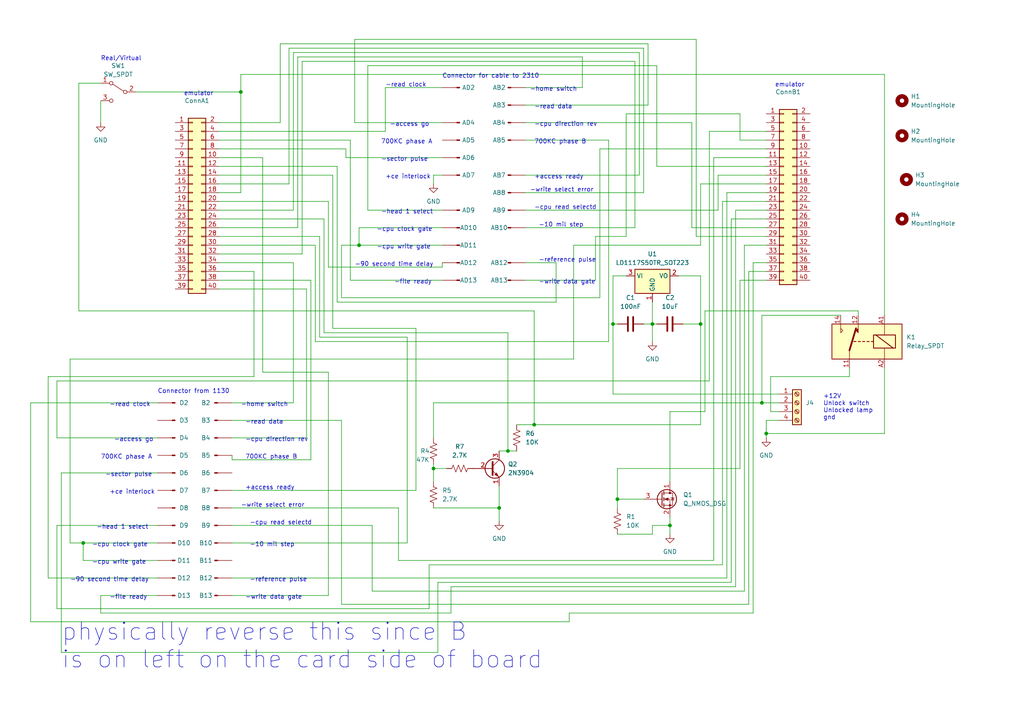
<source format=kicad_sch>
(kicad_sch (version 20230121) (generator eeschema)

  (uuid d55f571a-70eb-468b-b895-7624624d448f)

  (paper "A4")

  (lib_symbols
    (symbol "Connector:Conn_01x01_Pin" (pin_numbers hide) (pin_names (offset 1.016) hide) (in_bom yes) (on_board yes)
      (property "Reference" "J" (at 0 2.54 0)
        (effects (font (size 1.27 1.27)))
      )
      (property "Value" "Conn_01x01_Pin" (at 0 -2.54 0)
        (effects (font (size 1.27 1.27)))
      )
      (property "Footprint" "" (at 0 0 0)
        (effects (font (size 1.27 1.27)) hide)
      )
      (property "Datasheet" "~" (at 0 0 0)
        (effects (font (size 1.27 1.27)) hide)
      )
      (property "ki_locked" "" (at 0 0 0)
        (effects (font (size 1.27 1.27)))
      )
      (property "ki_keywords" "connector" (at 0 0 0)
        (effects (font (size 1.27 1.27)) hide)
      )
      (property "ki_description" "Generic connector, single row, 01x01, script generated" (at 0 0 0)
        (effects (font (size 1.27 1.27)) hide)
      )
      (property "ki_fp_filters" "Connector*:*_1x??_*" (at 0 0 0)
        (effects (font (size 1.27 1.27)) hide)
      )
      (symbol "Conn_01x01_Pin_1_1"
        (polyline
          (pts
            (xy 1.27 0)
            (xy 0.8636 0)
          )
          (stroke (width 0.1524) (type default))
          (fill (type none))
        )
        (rectangle (start 0.8636 0.127) (end 0 -0.127)
          (stroke (width 0.1524) (type default))
          (fill (type outline))
        )
        (pin passive line (at 5.08 0 180) (length 3.81)
          (name "Pin_1" (effects (font (size 1.27 1.27))))
          (number "1" (effects (font (size 1.27 1.27))))
        )
      )
    )
    (symbol "Connector:Screw_Terminal_01x04" (pin_names (offset 1.016) hide) (in_bom yes) (on_board yes)
      (property "Reference" "J" (at 0 5.08 0)
        (effects (font (size 1.27 1.27)))
      )
      (property "Value" "Screw_Terminal_01x04" (at 0 -7.62 0)
        (effects (font (size 1.27 1.27)))
      )
      (property "Footprint" "" (at 0 0 0)
        (effects (font (size 1.27 1.27)) hide)
      )
      (property "Datasheet" "~" (at 0 0 0)
        (effects (font (size 1.27 1.27)) hide)
      )
      (property "ki_keywords" "screw terminal" (at 0 0 0)
        (effects (font (size 1.27 1.27)) hide)
      )
      (property "ki_description" "Generic screw terminal, single row, 01x04, script generated (kicad-library-utils/schlib/autogen/connector/)" (at 0 0 0)
        (effects (font (size 1.27 1.27)) hide)
      )
      (property "ki_fp_filters" "TerminalBlock*:*" (at 0 0 0)
        (effects (font (size 1.27 1.27)) hide)
      )
      (symbol "Screw_Terminal_01x04_1_1"
        (rectangle (start -1.27 3.81) (end 1.27 -6.35)
          (stroke (width 0.254) (type default))
          (fill (type background))
        )
        (circle (center 0 -5.08) (radius 0.635)
          (stroke (width 0.1524) (type default))
          (fill (type none))
        )
        (circle (center 0 -2.54) (radius 0.635)
          (stroke (width 0.1524) (type default))
          (fill (type none))
        )
        (polyline
          (pts
            (xy -0.5334 -4.7498)
            (xy 0.3302 -5.588)
          )
          (stroke (width 0.1524) (type default))
          (fill (type none))
        )
        (polyline
          (pts
            (xy -0.5334 -2.2098)
            (xy 0.3302 -3.048)
          )
          (stroke (width 0.1524) (type default))
          (fill (type none))
        )
        (polyline
          (pts
            (xy -0.5334 0.3302)
            (xy 0.3302 -0.508)
          )
          (stroke (width 0.1524) (type default))
          (fill (type none))
        )
        (polyline
          (pts
            (xy -0.5334 2.8702)
            (xy 0.3302 2.032)
          )
          (stroke (width 0.1524) (type default))
          (fill (type none))
        )
        (polyline
          (pts
            (xy -0.3556 -4.572)
            (xy 0.508 -5.4102)
          )
          (stroke (width 0.1524) (type default))
          (fill (type none))
        )
        (polyline
          (pts
            (xy -0.3556 -2.032)
            (xy 0.508 -2.8702)
          )
          (stroke (width 0.1524) (type default))
          (fill (type none))
        )
        (polyline
          (pts
            (xy -0.3556 0.508)
            (xy 0.508 -0.3302)
          )
          (stroke (width 0.1524) (type default))
          (fill (type none))
        )
        (polyline
          (pts
            (xy -0.3556 3.048)
            (xy 0.508 2.2098)
          )
          (stroke (width 0.1524) (type default))
          (fill (type none))
        )
        (circle (center 0 0) (radius 0.635)
          (stroke (width 0.1524) (type default))
          (fill (type none))
        )
        (circle (center 0 2.54) (radius 0.635)
          (stroke (width 0.1524) (type default))
          (fill (type none))
        )
        (pin passive line (at -5.08 2.54 0) (length 3.81)
          (name "Pin_1" (effects (font (size 1.27 1.27))))
          (number "1" (effects (font (size 1.27 1.27))))
        )
        (pin passive line (at -5.08 0 0) (length 3.81)
          (name "Pin_2" (effects (font (size 1.27 1.27))))
          (number "2" (effects (font (size 1.27 1.27))))
        )
        (pin passive line (at -5.08 -2.54 0) (length 3.81)
          (name "Pin_3" (effects (font (size 1.27 1.27))))
          (number "3" (effects (font (size 1.27 1.27))))
        )
        (pin passive line (at -5.08 -5.08 0) (length 3.81)
          (name "Pin_4" (effects (font (size 1.27 1.27))))
          (number "4" (effects (font (size 1.27 1.27))))
        )
      )
    )
    (symbol "Connector_Generic:Conn_02x20_Odd_Even" (pin_names (offset 1.016) hide) (in_bom yes) (on_board yes)
      (property "Reference" "J" (at 1.27 25.4 0)
        (effects (font (size 1.27 1.27)))
      )
      (property "Value" "Conn_02x20_Odd_Even" (at 1.27 -27.94 0)
        (effects (font (size 1.27 1.27)))
      )
      (property "Footprint" "" (at 0 0 0)
        (effects (font (size 1.27 1.27)) hide)
      )
      (property "Datasheet" "~" (at 0 0 0)
        (effects (font (size 1.27 1.27)) hide)
      )
      (property "ki_keywords" "connector" (at 0 0 0)
        (effects (font (size 1.27 1.27)) hide)
      )
      (property "ki_description" "Generic connector, double row, 02x20, odd/even pin numbering scheme (row 1 odd numbers, row 2 even numbers), script generated (kicad-library-utils/schlib/autogen/connector/)" (at 0 0 0)
        (effects (font (size 1.27 1.27)) hide)
      )
      (property "ki_fp_filters" "Connector*:*_2x??_*" (at 0 0 0)
        (effects (font (size 1.27 1.27)) hide)
      )
      (symbol "Conn_02x20_Odd_Even_1_1"
        (rectangle (start -1.27 -25.273) (end 0 -25.527)
          (stroke (width 0.1524) (type default))
          (fill (type none))
        )
        (rectangle (start -1.27 -22.733) (end 0 -22.987)
          (stroke (width 0.1524) (type default))
          (fill (type none))
        )
        (rectangle (start -1.27 -20.193) (end 0 -20.447)
          (stroke (width 0.1524) (type default))
          (fill (type none))
        )
        (rectangle (start -1.27 -17.653) (end 0 -17.907)
          (stroke (width 0.1524) (type default))
          (fill (type none))
        )
        (rectangle (start -1.27 -15.113) (end 0 -15.367)
          (stroke (width 0.1524) (type default))
          (fill (type none))
        )
        (rectangle (start -1.27 -12.573) (end 0 -12.827)
          (stroke (width 0.1524) (type default))
          (fill (type none))
        )
        (rectangle (start -1.27 -10.033) (end 0 -10.287)
          (stroke (width 0.1524) (type default))
          (fill (type none))
        )
        (rectangle (start -1.27 -7.493) (end 0 -7.747)
          (stroke (width 0.1524) (type default))
          (fill (type none))
        )
        (rectangle (start -1.27 -4.953) (end 0 -5.207)
          (stroke (width 0.1524) (type default))
          (fill (type none))
        )
        (rectangle (start -1.27 -2.413) (end 0 -2.667)
          (stroke (width 0.1524) (type default))
          (fill (type none))
        )
        (rectangle (start -1.27 0.127) (end 0 -0.127)
          (stroke (width 0.1524) (type default))
          (fill (type none))
        )
        (rectangle (start -1.27 2.667) (end 0 2.413)
          (stroke (width 0.1524) (type default))
          (fill (type none))
        )
        (rectangle (start -1.27 5.207) (end 0 4.953)
          (stroke (width 0.1524) (type default))
          (fill (type none))
        )
        (rectangle (start -1.27 7.747) (end 0 7.493)
          (stroke (width 0.1524) (type default))
          (fill (type none))
        )
        (rectangle (start -1.27 10.287) (end 0 10.033)
          (stroke (width 0.1524) (type default))
          (fill (type none))
        )
        (rectangle (start -1.27 12.827) (end 0 12.573)
          (stroke (width 0.1524) (type default))
          (fill (type none))
        )
        (rectangle (start -1.27 15.367) (end 0 15.113)
          (stroke (width 0.1524) (type default))
          (fill (type none))
        )
        (rectangle (start -1.27 17.907) (end 0 17.653)
          (stroke (width 0.1524) (type default))
          (fill (type none))
        )
        (rectangle (start -1.27 20.447) (end 0 20.193)
          (stroke (width 0.1524) (type default))
          (fill (type none))
        )
        (rectangle (start -1.27 22.987) (end 0 22.733)
          (stroke (width 0.1524) (type default))
          (fill (type none))
        )
        (rectangle (start -1.27 24.13) (end 3.81 -26.67)
          (stroke (width 0.254) (type default))
          (fill (type background))
        )
        (rectangle (start 3.81 -25.273) (end 2.54 -25.527)
          (stroke (width 0.1524) (type default))
          (fill (type none))
        )
        (rectangle (start 3.81 -22.733) (end 2.54 -22.987)
          (stroke (width 0.1524) (type default))
          (fill (type none))
        )
        (rectangle (start 3.81 -20.193) (end 2.54 -20.447)
          (stroke (width 0.1524) (type default))
          (fill (type none))
        )
        (rectangle (start 3.81 -17.653) (end 2.54 -17.907)
          (stroke (width 0.1524) (type default))
          (fill (type none))
        )
        (rectangle (start 3.81 -15.113) (end 2.54 -15.367)
          (stroke (width 0.1524) (type default))
          (fill (type none))
        )
        (rectangle (start 3.81 -12.573) (end 2.54 -12.827)
          (stroke (width 0.1524) (type default))
          (fill (type none))
        )
        (rectangle (start 3.81 -10.033) (end 2.54 -10.287)
          (stroke (width 0.1524) (type default))
          (fill (type none))
        )
        (rectangle (start 3.81 -7.493) (end 2.54 -7.747)
          (stroke (width 0.1524) (type default))
          (fill (type none))
        )
        (rectangle (start 3.81 -4.953) (end 2.54 -5.207)
          (stroke (width 0.1524) (type default))
          (fill (type none))
        )
        (rectangle (start 3.81 -2.413) (end 2.54 -2.667)
          (stroke (width 0.1524) (type default))
          (fill (type none))
        )
        (rectangle (start 3.81 0.127) (end 2.54 -0.127)
          (stroke (width 0.1524) (type default))
          (fill (type none))
        )
        (rectangle (start 3.81 2.667) (end 2.54 2.413)
          (stroke (width 0.1524) (type default))
          (fill (type none))
        )
        (rectangle (start 3.81 5.207) (end 2.54 4.953)
          (stroke (width 0.1524) (type default))
          (fill (type none))
        )
        (rectangle (start 3.81 7.747) (end 2.54 7.493)
          (stroke (width 0.1524) (type default))
          (fill (type none))
        )
        (rectangle (start 3.81 10.287) (end 2.54 10.033)
          (stroke (width 0.1524) (type default))
          (fill (type none))
        )
        (rectangle (start 3.81 12.827) (end 2.54 12.573)
          (stroke (width 0.1524) (type default))
          (fill (type none))
        )
        (rectangle (start 3.81 15.367) (end 2.54 15.113)
          (stroke (width 0.1524) (type default))
          (fill (type none))
        )
        (rectangle (start 3.81 17.907) (end 2.54 17.653)
          (stroke (width 0.1524) (type default))
          (fill (type none))
        )
        (rectangle (start 3.81 20.447) (end 2.54 20.193)
          (stroke (width 0.1524) (type default))
          (fill (type none))
        )
        (rectangle (start 3.81 22.987) (end 2.54 22.733)
          (stroke (width 0.1524) (type default))
          (fill (type none))
        )
        (pin passive line (at -5.08 22.86 0) (length 3.81)
          (name "Pin_1" (effects (font (size 1.27 1.27))))
          (number "1" (effects (font (size 1.27 1.27))))
        )
        (pin passive line (at 7.62 12.7 180) (length 3.81)
          (name "Pin_10" (effects (font (size 1.27 1.27))))
          (number "10" (effects (font (size 1.27 1.27))))
        )
        (pin passive line (at -5.08 10.16 0) (length 3.81)
          (name "Pin_11" (effects (font (size 1.27 1.27))))
          (number "11" (effects (font (size 1.27 1.27))))
        )
        (pin passive line (at 7.62 10.16 180) (length 3.81)
          (name "Pin_12" (effects (font (size 1.27 1.27))))
          (number "12" (effects (font (size 1.27 1.27))))
        )
        (pin passive line (at -5.08 7.62 0) (length 3.81)
          (name "Pin_13" (effects (font (size 1.27 1.27))))
          (number "13" (effects (font (size 1.27 1.27))))
        )
        (pin passive line (at 7.62 7.62 180) (length 3.81)
          (name "Pin_14" (effects (font (size 1.27 1.27))))
          (number "14" (effects (font (size 1.27 1.27))))
        )
        (pin passive line (at -5.08 5.08 0) (length 3.81)
          (name "Pin_15" (effects (font (size 1.27 1.27))))
          (number "15" (effects (font (size 1.27 1.27))))
        )
        (pin passive line (at 7.62 5.08 180) (length 3.81)
          (name "Pin_16" (effects (font (size 1.27 1.27))))
          (number "16" (effects (font (size 1.27 1.27))))
        )
        (pin passive line (at -5.08 2.54 0) (length 3.81)
          (name "Pin_17" (effects (font (size 1.27 1.27))))
          (number "17" (effects (font (size 1.27 1.27))))
        )
        (pin passive line (at 7.62 2.54 180) (length 3.81)
          (name "Pin_18" (effects (font (size 1.27 1.27))))
          (number "18" (effects (font (size 1.27 1.27))))
        )
        (pin passive line (at -5.08 0 0) (length 3.81)
          (name "Pin_19" (effects (font (size 1.27 1.27))))
          (number "19" (effects (font (size 1.27 1.27))))
        )
        (pin passive line (at 7.62 22.86 180) (length 3.81)
          (name "Pin_2" (effects (font (size 1.27 1.27))))
          (number "2" (effects (font (size 1.27 1.27))))
        )
        (pin passive line (at 7.62 0 180) (length 3.81)
          (name "Pin_20" (effects (font (size 1.27 1.27))))
          (number "20" (effects (font (size 1.27 1.27))))
        )
        (pin passive line (at -5.08 -2.54 0) (length 3.81)
          (name "Pin_21" (effects (font (size 1.27 1.27))))
          (number "21" (effects (font (size 1.27 1.27))))
        )
        (pin passive line (at 7.62 -2.54 180) (length 3.81)
          (name "Pin_22" (effects (font (size 1.27 1.27))))
          (number "22" (effects (font (size 1.27 1.27))))
        )
        (pin passive line (at -5.08 -5.08 0) (length 3.81)
          (name "Pin_23" (effects (font (size 1.27 1.27))))
          (number "23" (effects (font (size 1.27 1.27))))
        )
        (pin passive line (at 7.62 -5.08 180) (length 3.81)
          (name "Pin_24" (effects (font (size 1.27 1.27))))
          (number "24" (effects (font (size 1.27 1.27))))
        )
        (pin passive line (at -5.08 -7.62 0) (length 3.81)
          (name "Pin_25" (effects (font (size 1.27 1.27))))
          (number "25" (effects (font (size 1.27 1.27))))
        )
        (pin passive line (at 7.62 -7.62 180) (length 3.81)
          (name "Pin_26" (effects (font (size 1.27 1.27))))
          (number "26" (effects (font (size 1.27 1.27))))
        )
        (pin passive line (at -5.08 -10.16 0) (length 3.81)
          (name "Pin_27" (effects (font (size 1.27 1.27))))
          (number "27" (effects (font (size 1.27 1.27))))
        )
        (pin passive line (at 7.62 -10.16 180) (length 3.81)
          (name "Pin_28" (effects (font (size 1.27 1.27))))
          (number "28" (effects (font (size 1.27 1.27))))
        )
        (pin passive line (at -5.08 -12.7 0) (length 3.81)
          (name "Pin_29" (effects (font (size 1.27 1.27))))
          (number "29" (effects (font (size 1.27 1.27))))
        )
        (pin passive line (at -5.08 20.32 0) (length 3.81)
          (name "Pin_3" (effects (font (size 1.27 1.27))))
          (number "3" (effects (font (size 1.27 1.27))))
        )
        (pin passive line (at 7.62 -12.7 180) (length 3.81)
          (name "Pin_30" (effects (font (size 1.27 1.27))))
          (number "30" (effects (font (size 1.27 1.27))))
        )
        (pin passive line (at -5.08 -15.24 0) (length 3.81)
          (name "Pin_31" (effects (font (size 1.27 1.27))))
          (number "31" (effects (font (size 1.27 1.27))))
        )
        (pin passive line (at 7.62 -15.24 180) (length 3.81)
          (name "Pin_32" (effects (font (size 1.27 1.27))))
          (number "32" (effects (font (size 1.27 1.27))))
        )
        (pin passive line (at -5.08 -17.78 0) (length 3.81)
          (name "Pin_33" (effects (font (size 1.27 1.27))))
          (number "33" (effects (font (size 1.27 1.27))))
        )
        (pin passive line (at 7.62 -17.78 180) (length 3.81)
          (name "Pin_34" (effects (font (size 1.27 1.27))))
          (number "34" (effects (font (size 1.27 1.27))))
        )
        (pin passive line (at -5.08 -20.32 0) (length 3.81)
          (name "Pin_35" (effects (font (size 1.27 1.27))))
          (number "35" (effects (font (size 1.27 1.27))))
        )
        (pin passive line (at 7.62 -20.32 180) (length 3.81)
          (name "Pin_36" (effects (font (size 1.27 1.27))))
          (number "36" (effects (font (size 1.27 1.27))))
        )
        (pin passive line (at -5.08 -22.86 0) (length 3.81)
          (name "Pin_37" (effects (font (size 1.27 1.27))))
          (number "37" (effects (font (size 1.27 1.27))))
        )
        (pin passive line (at 7.62 -22.86 180) (length 3.81)
          (name "Pin_38" (effects (font (size 1.27 1.27))))
          (number "38" (effects (font (size 1.27 1.27))))
        )
        (pin passive line (at -5.08 -25.4 0) (length 3.81)
          (name "Pin_39" (effects (font (size 1.27 1.27))))
          (number "39" (effects (font (size 1.27 1.27))))
        )
        (pin passive line (at 7.62 20.32 180) (length 3.81)
          (name "Pin_4" (effects (font (size 1.27 1.27))))
          (number "4" (effects (font (size 1.27 1.27))))
        )
        (pin passive line (at 7.62 -25.4 180) (length 3.81)
          (name "Pin_40" (effects (font (size 1.27 1.27))))
          (number "40" (effects (font (size 1.27 1.27))))
        )
        (pin passive line (at -5.08 17.78 0) (length 3.81)
          (name "Pin_5" (effects (font (size 1.27 1.27))))
          (number "5" (effects (font (size 1.27 1.27))))
        )
        (pin passive line (at 7.62 17.78 180) (length 3.81)
          (name "Pin_6" (effects (font (size 1.27 1.27))))
          (number "6" (effects (font (size 1.27 1.27))))
        )
        (pin passive line (at -5.08 15.24 0) (length 3.81)
          (name "Pin_7" (effects (font (size 1.27 1.27))))
          (number "7" (effects (font (size 1.27 1.27))))
        )
        (pin passive line (at 7.62 15.24 180) (length 3.81)
          (name "Pin_8" (effects (font (size 1.27 1.27))))
          (number "8" (effects (font (size 1.27 1.27))))
        )
        (pin passive line (at -5.08 12.7 0) (length 3.81)
          (name "Pin_9" (effects (font (size 1.27 1.27))))
          (number "9" (effects (font (size 1.27 1.27))))
        )
      )
    )
    (symbol "Device:C" (pin_numbers hide) (pin_names (offset 0.254)) (in_bom yes) (on_board yes)
      (property "Reference" "C" (at 0.635 2.54 0)
        (effects (font (size 1.27 1.27)) (justify left))
      )
      (property "Value" "C" (at 0.635 -2.54 0)
        (effects (font (size 1.27 1.27)) (justify left))
      )
      (property "Footprint" "" (at 0.9652 -3.81 0)
        (effects (font (size 1.27 1.27)) hide)
      )
      (property "Datasheet" "~" (at 0 0 0)
        (effects (font (size 1.27 1.27)) hide)
      )
      (property "ki_keywords" "cap capacitor" (at 0 0 0)
        (effects (font (size 1.27 1.27)) hide)
      )
      (property "ki_description" "Unpolarized capacitor" (at 0 0 0)
        (effects (font (size 1.27 1.27)) hide)
      )
      (property "ki_fp_filters" "C_*" (at 0 0 0)
        (effects (font (size 1.27 1.27)) hide)
      )
      (symbol "C_0_1"
        (polyline
          (pts
            (xy -2.032 -0.762)
            (xy 2.032 -0.762)
          )
          (stroke (width 0.508) (type default))
          (fill (type none))
        )
        (polyline
          (pts
            (xy -2.032 0.762)
            (xy 2.032 0.762)
          )
          (stroke (width 0.508) (type default))
          (fill (type none))
        )
      )
      (symbol "C_1_1"
        (pin passive line (at 0 3.81 270) (length 2.794)
          (name "~" (effects (font (size 1.27 1.27))))
          (number "1" (effects (font (size 1.27 1.27))))
        )
        (pin passive line (at 0 -3.81 90) (length 2.794)
          (name "~" (effects (font (size 1.27 1.27))))
          (number "2" (effects (font (size 1.27 1.27))))
        )
      )
    )
    (symbol "Device:Q_NMOS_DSG" (pin_names (offset 0) hide) (in_bom yes) (on_board yes)
      (property "Reference" "Q" (at 5.08 1.27 0)
        (effects (font (size 1.27 1.27)) (justify left))
      )
      (property "Value" "Q_NMOS_DSG" (at 5.08 -1.27 0)
        (effects (font (size 1.27 1.27)) (justify left))
      )
      (property "Footprint" "" (at 5.08 2.54 0)
        (effects (font (size 1.27 1.27)) hide)
      )
      (property "Datasheet" "~" (at 0 0 0)
        (effects (font (size 1.27 1.27)) hide)
      )
      (property "ki_keywords" "transistor NMOS N-MOS N-MOSFET" (at 0 0 0)
        (effects (font (size 1.27 1.27)) hide)
      )
      (property "ki_description" "N-MOSFET transistor, drain/source/gate" (at 0 0 0)
        (effects (font (size 1.27 1.27)) hide)
      )
      (symbol "Q_NMOS_DSG_0_1"
        (polyline
          (pts
            (xy 0.254 0)
            (xy -2.54 0)
          )
          (stroke (width 0) (type default))
          (fill (type none))
        )
        (polyline
          (pts
            (xy 0.254 1.905)
            (xy 0.254 -1.905)
          )
          (stroke (width 0.254) (type default))
          (fill (type none))
        )
        (polyline
          (pts
            (xy 0.762 -1.27)
            (xy 0.762 -2.286)
          )
          (stroke (width 0.254) (type default))
          (fill (type none))
        )
        (polyline
          (pts
            (xy 0.762 0.508)
            (xy 0.762 -0.508)
          )
          (stroke (width 0.254) (type default))
          (fill (type none))
        )
        (polyline
          (pts
            (xy 0.762 2.286)
            (xy 0.762 1.27)
          )
          (stroke (width 0.254) (type default))
          (fill (type none))
        )
        (polyline
          (pts
            (xy 2.54 2.54)
            (xy 2.54 1.778)
          )
          (stroke (width 0) (type default))
          (fill (type none))
        )
        (polyline
          (pts
            (xy 2.54 -2.54)
            (xy 2.54 0)
            (xy 0.762 0)
          )
          (stroke (width 0) (type default))
          (fill (type none))
        )
        (polyline
          (pts
            (xy 0.762 -1.778)
            (xy 3.302 -1.778)
            (xy 3.302 1.778)
            (xy 0.762 1.778)
          )
          (stroke (width 0) (type default))
          (fill (type none))
        )
        (polyline
          (pts
            (xy 1.016 0)
            (xy 2.032 0.381)
            (xy 2.032 -0.381)
            (xy 1.016 0)
          )
          (stroke (width 0) (type default))
          (fill (type outline))
        )
        (polyline
          (pts
            (xy 2.794 0.508)
            (xy 2.921 0.381)
            (xy 3.683 0.381)
            (xy 3.81 0.254)
          )
          (stroke (width 0) (type default))
          (fill (type none))
        )
        (polyline
          (pts
            (xy 3.302 0.381)
            (xy 2.921 -0.254)
            (xy 3.683 -0.254)
            (xy 3.302 0.381)
          )
          (stroke (width 0) (type default))
          (fill (type none))
        )
        (circle (center 1.651 0) (radius 2.794)
          (stroke (width 0.254) (type default))
          (fill (type none))
        )
        (circle (center 2.54 -1.778) (radius 0.254)
          (stroke (width 0) (type default))
          (fill (type outline))
        )
        (circle (center 2.54 1.778) (radius 0.254)
          (stroke (width 0) (type default))
          (fill (type outline))
        )
      )
      (symbol "Q_NMOS_DSG_1_1"
        (pin passive line (at 2.54 5.08 270) (length 2.54)
          (name "D" (effects (font (size 1.27 1.27))))
          (number "1" (effects (font (size 1.27 1.27))))
        )
        (pin passive line (at 2.54 -5.08 90) (length 2.54)
          (name "S" (effects (font (size 1.27 1.27))))
          (number "2" (effects (font (size 1.27 1.27))))
        )
        (pin input line (at -5.08 0 0) (length 2.54)
          (name "G" (effects (font (size 1.27 1.27))))
          (number "3" (effects (font (size 1.27 1.27))))
        )
      )
    )
    (symbol "Device:R_US" (pin_numbers hide) (pin_names (offset 0)) (in_bom yes) (on_board yes)
      (property "Reference" "R" (at 2.54 0 90)
        (effects (font (size 1.27 1.27)))
      )
      (property "Value" "R_US" (at -2.54 0 90)
        (effects (font (size 1.27 1.27)))
      )
      (property "Footprint" "" (at 1.016 -0.254 90)
        (effects (font (size 1.27 1.27)) hide)
      )
      (property "Datasheet" "~" (at 0 0 0)
        (effects (font (size 1.27 1.27)) hide)
      )
      (property "ki_keywords" "R res resistor" (at 0 0 0)
        (effects (font (size 1.27 1.27)) hide)
      )
      (property "ki_description" "Resistor, US symbol" (at 0 0 0)
        (effects (font (size 1.27 1.27)) hide)
      )
      (property "ki_fp_filters" "R_*" (at 0 0 0)
        (effects (font (size 1.27 1.27)) hide)
      )
      (symbol "R_US_0_1"
        (polyline
          (pts
            (xy 0 -2.286)
            (xy 0 -2.54)
          )
          (stroke (width 0) (type default))
          (fill (type none))
        )
        (polyline
          (pts
            (xy 0 2.286)
            (xy 0 2.54)
          )
          (stroke (width 0) (type default))
          (fill (type none))
        )
        (polyline
          (pts
            (xy 0 -0.762)
            (xy 1.016 -1.143)
            (xy 0 -1.524)
            (xy -1.016 -1.905)
            (xy 0 -2.286)
          )
          (stroke (width 0) (type default))
          (fill (type none))
        )
        (polyline
          (pts
            (xy 0 0.762)
            (xy 1.016 0.381)
            (xy 0 0)
            (xy -1.016 -0.381)
            (xy 0 -0.762)
          )
          (stroke (width 0) (type default))
          (fill (type none))
        )
        (polyline
          (pts
            (xy 0 2.286)
            (xy 1.016 1.905)
            (xy 0 1.524)
            (xy -1.016 1.143)
            (xy 0 0.762)
          )
          (stroke (width 0) (type default))
          (fill (type none))
        )
      )
      (symbol "R_US_1_1"
        (pin passive line (at 0 3.81 270) (length 1.27)
          (name "~" (effects (font (size 1.27 1.27))))
          (number "1" (effects (font (size 1.27 1.27))))
        )
        (pin passive line (at 0 -3.81 90) (length 1.27)
          (name "~" (effects (font (size 1.27 1.27))))
          (number "2" (effects (font (size 1.27 1.27))))
        )
      )
    )
    (symbol "Mechanical:MountingHole" (pin_names (offset 1.016)) (in_bom yes) (on_board yes)
      (property "Reference" "H" (at 0 5.08 0)
        (effects (font (size 1.27 1.27)))
      )
      (property "Value" "MountingHole" (at 0 3.175 0)
        (effects (font (size 1.27 1.27)))
      )
      (property "Footprint" "" (at 0 0 0)
        (effects (font (size 1.27 1.27)) hide)
      )
      (property "Datasheet" "~" (at 0 0 0)
        (effects (font (size 1.27 1.27)) hide)
      )
      (property "ki_keywords" "mounting hole" (at 0 0 0)
        (effects (font (size 1.27 1.27)) hide)
      )
      (property "ki_description" "Mounting Hole without connection" (at 0 0 0)
        (effects (font (size 1.27 1.27)) hide)
      )
      (property "ki_fp_filters" "MountingHole*" (at 0 0 0)
        (effects (font (size 1.27 1.27)) hide)
      )
      (symbol "MountingHole_0_1"
        (circle (center 0 0) (radius 1.27)
          (stroke (width 1.27) (type default))
          (fill (type none))
        )
      )
    )
    (symbol "Regulator_Linear:LD1117S50TR_SOT223" (in_bom yes) (on_board yes)
      (property "Reference" "U" (at -3.81 3.175 0)
        (effects (font (size 1.27 1.27)))
      )
      (property "Value" "LD1117S50TR_SOT223" (at 0 3.175 0)
        (effects (font (size 1.27 1.27)) (justify left))
      )
      (property "Footprint" "Package_TO_SOT_SMD:SOT-223-3_TabPin2" (at 0 5.08 0)
        (effects (font (size 1.27 1.27)) hide)
      )
      (property "Datasheet" "http://www.st.com/st-web-ui/static/active/en/resource/technical/document/datasheet/CD00000544.pdf" (at 2.54 -6.35 0)
        (effects (font (size 1.27 1.27)) hide)
      )
      (property "ki_keywords" "REGULATOR LDO 5.0V" (at 0 0 0)
        (effects (font (size 1.27 1.27)) hide)
      )
      (property "ki_description" "800mA Fixed Low Drop Positive Voltage Regulator, Fixed Output 5.0V, SOT-223" (at 0 0 0)
        (effects (font (size 1.27 1.27)) hide)
      )
      (property "ki_fp_filters" "SOT?223*TabPin2*" (at 0 0 0)
        (effects (font (size 1.27 1.27)) hide)
      )
      (symbol "LD1117S50TR_SOT223_0_1"
        (rectangle (start -5.08 -5.08) (end 5.08 1.905)
          (stroke (width 0.254) (type default))
          (fill (type background))
        )
      )
      (symbol "LD1117S50TR_SOT223_1_1"
        (pin power_in line (at 0 -7.62 90) (length 2.54)
          (name "GND" (effects (font (size 1.27 1.27))))
          (number "1" (effects (font (size 1.27 1.27))))
        )
        (pin power_out line (at 7.62 0 180) (length 2.54)
          (name "VO" (effects (font (size 1.27 1.27))))
          (number "2" (effects (font (size 1.27 1.27))))
        )
        (pin power_in line (at -7.62 0 0) (length 2.54)
          (name "VI" (effects (font (size 1.27 1.27))))
          (number "3" (effects (font (size 1.27 1.27))))
        )
      )
    )
    (symbol "Relay:Relay_SPDT" (in_bom yes) (on_board yes)
      (property "Reference" "K" (at 11.43 3.81 0)
        (effects (font (size 1.27 1.27)) (justify left))
      )
      (property "Value" "Relay_SPDT" (at 11.43 1.27 0)
        (effects (font (size 1.27 1.27)) (justify left))
      )
      (property "Footprint" "" (at 11.43 -1.27 0)
        (effects (font (size 1.27 1.27)) (justify left) hide)
      )
      (property "Datasheet" "~" (at 0 0 0)
        (effects (font (size 1.27 1.27)) hide)
      )
      (property "ki_keywords" "Single Pole Relay SPDT" (at 0 0 0)
        (effects (font (size 1.27 1.27)) hide)
      )
      (property "ki_description" "Monostable Relay SPDT, EN50005" (at 0 0 0)
        (effects (font (size 1.27 1.27)) hide)
      )
      (property "ki_fp_filters" "Relay?SPDT*" (at 0 0 0)
        (effects (font (size 1.27 1.27)) hide)
      )
      (symbol "Relay_SPDT_0_0"
        (polyline
          (pts
            (xy 7.62 5.08)
            (xy 7.62 2.54)
            (xy 6.985 3.175)
            (xy 7.62 3.81)
          )
          (stroke (width 0) (type default))
          (fill (type none))
        )
      )
      (symbol "Relay_SPDT_0_1"
        (rectangle (start -10.16 5.08) (end 10.16 -5.08)
          (stroke (width 0.254) (type default))
          (fill (type background))
        )
        (rectangle (start -8.255 1.905) (end -1.905 -1.905)
          (stroke (width 0.254) (type default))
          (fill (type none))
        )
        (polyline
          (pts
            (xy -7.62 -1.905)
            (xy -2.54 1.905)
          )
          (stroke (width 0.254) (type default))
          (fill (type none))
        )
        (polyline
          (pts
            (xy -5.08 -5.08)
            (xy -5.08 -1.905)
          )
          (stroke (width 0) (type default))
          (fill (type none))
        )
        (polyline
          (pts
            (xy -5.08 5.08)
            (xy -5.08 1.905)
          )
          (stroke (width 0) (type default))
          (fill (type none))
        )
        (polyline
          (pts
            (xy -1.905 0)
            (xy -1.27 0)
          )
          (stroke (width 0.254) (type default))
          (fill (type none))
        )
        (polyline
          (pts
            (xy -0.635 0)
            (xy 0 0)
          )
          (stroke (width 0.254) (type default))
          (fill (type none))
        )
        (polyline
          (pts
            (xy 0.635 0)
            (xy 1.27 0)
          )
          (stroke (width 0.254) (type default))
          (fill (type none))
        )
        (polyline
          (pts
            (xy 1.905 0)
            (xy 2.54 0)
          )
          (stroke (width 0.254) (type default))
          (fill (type none))
        )
        (polyline
          (pts
            (xy 3.175 0)
            (xy 3.81 0)
          )
          (stroke (width 0.254) (type default))
          (fill (type none))
        )
        (polyline
          (pts
            (xy 5.08 -2.54)
            (xy 3.175 3.81)
          )
          (stroke (width 0.508) (type default))
          (fill (type none))
        )
        (polyline
          (pts
            (xy 5.08 -2.54)
            (xy 5.08 -5.08)
          )
          (stroke (width 0) (type default))
          (fill (type none))
        )
        (polyline
          (pts
            (xy 2.54 5.08)
            (xy 2.54 2.54)
            (xy 3.175 3.175)
            (xy 2.54 3.81)
          )
          (stroke (width 0) (type default))
          (fill (type outline))
        )
      )
      (symbol "Relay_SPDT_1_1"
        (pin passive line (at 5.08 -7.62 90) (length 2.54)
          (name "~" (effects (font (size 1.27 1.27))))
          (number "11" (effects (font (size 1.27 1.27))))
        )
        (pin passive line (at 2.54 7.62 270) (length 2.54)
          (name "~" (effects (font (size 1.27 1.27))))
          (number "12" (effects (font (size 1.27 1.27))))
        )
        (pin passive line (at 7.62 7.62 270) (length 2.54)
          (name "~" (effects (font (size 1.27 1.27))))
          (number "14" (effects (font (size 1.27 1.27))))
        )
        (pin passive line (at -5.08 7.62 270) (length 2.54)
          (name "~" (effects (font (size 1.27 1.27))))
          (number "A1" (effects (font (size 1.27 1.27))))
        )
        (pin passive line (at -5.08 -7.62 90) (length 2.54)
          (name "~" (effects (font (size 1.27 1.27))))
          (number "A2" (effects (font (size 1.27 1.27))))
        )
      )
    )
    (symbol "Switch:SW_SPDT" (pin_names (offset 0) hide) (in_bom yes) (on_board yes)
      (property "Reference" "SW" (at 0 4.318 0)
        (effects (font (size 1.27 1.27)))
      )
      (property "Value" "SW_SPDT" (at 0 -5.08 0)
        (effects (font (size 1.27 1.27)))
      )
      (property "Footprint" "" (at 0 0 0)
        (effects (font (size 1.27 1.27)) hide)
      )
      (property "Datasheet" "~" (at 0 0 0)
        (effects (font (size 1.27 1.27)) hide)
      )
      (property "ki_keywords" "switch single-pole double-throw spdt ON-ON" (at 0 0 0)
        (effects (font (size 1.27 1.27)) hide)
      )
      (property "ki_description" "Switch, single pole double throw" (at 0 0 0)
        (effects (font (size 1.27 1.27)) hide)
      )
      (symbol "SW_SPDT_0_0"
        (circle (center -2.032 0) (radius 0.508)
          (stroke (width 0) (type default))
          (fill (type none))
        )
        (circle (center 2.032 -2.54) (radius 0.508)
          (stroke (width 0) (type default))
          (fill (type none))
        )
      )
      (symbol "SW_SPDT_0_1"
        (polyline
          (pts
            (xy -1.524 0.254)
            (xy 1.651 2.286)
          )
          (stroke (width 0) (type default))
          (fill (type none))
        )
        (circle (center 2.032 2.54) (radius 0.508)
          (stroke (width 0) (type default))
          (fill (type none))
        )
      )
      (symbol "SW_SPDT_1_1"
        (pin passive line (at 5.08 2.54 180) (length 2.54)
          (name "A" (effects (font (size 1.27 1.27))))
          (number "1" (effects (font (size 1.27 1.27))))
        )
        (pin passive line (at -5.08 0 0) (length 2.54)
          (name "B" (effects (font (size 1.27 1.27))))
          (number "2" (effects (font (size 1.27 1.27))))
        )
        (pin passive line (at 5.08 -2.54 180) (length 2.54)
          (name "C" (effects (font (size 1.27 1.27))))
          (number "3" (effects (font (size 1.27 1.27))))
        )
      )
    )
    (symbol "Transistor_BJT:2N3904" (pin_names (offset 0) hide) (in_bom yes) (on_board yes)
      (property "Reference" "Q" (at 5.08 1.905 0)
        (effects (font (size 1.27 1.27)) (justify left))
      )
      (property "Value" "2N3904" (at 5.08 0 0)
        (effects (font (size 1.27 1.27)) (justify left))
      )
      (property "Footprint" "Package_TO_SOT_THT:TO-92_Inline" (at 5.08 -1.905 0)
        (effects (font (size 1.27 1.27) italic) (justify left) hide)
      )
      (property "Datasheet" "https://www.onsemi.com/pub/Collateral/2N3903-D.PDF" (at 0 0 0)
        (effects (font (size 1.27 1.27)) (justify left) hide)
      )
      (property "ki_keywords" "NPN Transistor" (at 0 0 0)
        (effects (font (size 1.27 1.27)) hide)
      )
      (property "ki_description" "0.2A Ic, 40V Vce, Small Signal NPN Transistor, TO-92" (at 0 0 0)
        (effects (font (size 1.27 1.27)) hide)
      )
      (property "ki_fp_filters" "TO?92*" (at 0 0 0)
        (effects (font (size 1.27 1.27)) hide)
      )
      (symbol "2N3904_0_1"
        (polyline
          (pts
            (xy 0.635 0.635)
            (xy 2.54 2.54)
          )
          (stroke (width 0) (type default))
          (fill (type none))
        )
        (polyline
          (pts
            (xy 0.635 -0.635)
            (xy 2.54 -2.54)
            (xy 2.54 -2.54)
          )
          (stroke (width 0) (type default))
          (fill (type none))
        )
        (polyline
          (pts
            (xy 0.635 1.905)
            (xy 0.635 -1.905)
            (xy 0.635 -1.905)
          )
          (stroke (width 0.508) (type default))
          (fill (type none))
        )
        (polyline
          (pts
            (xy 1.27 -1.778)
            (xy 1.778 -1.27)
            (xy 2.286 -2.286)
            (xy 1.27 -1.778)
            (xy 1.27 -1.778)
          )
          (stroke (width 0) (type default))
          (fill (type outline))
        )
        (circle (center 1.27 0) (radius 2.8194)
          (stroke (width 0.254) (type default))
          (fill (type none))
        )
      )
      (symbol "2N3904_1_1"
        (pin passive line (at 2.54 -5.08 90) (length 2.54)
          (name "E" (effects (font (size 1.27 1.27))))
          (number "1" (effects (font (size 1.27 1.27))))
        )
        (pin passive line (at -5.08 0 0) (length 5.715)
          (name "B" (effects (font (size 1.27 1.27))))
          (number "2" (effects (font (size 1.27 1.27))))
        )
        (pin passive line (at 2.54 5.08 270) (length 2.54)
          (name "C" (effects (font (size 1.27 1.27))))
          (number "3" (effects (font (size 1.27 1.27))))
        )
      )
    )
    (symbol "power:GND" (power) (pin_names (offset 0)) (in_bom yes) (on_board yes)
      (property "Reference" "#PWR" (at 0 -6.35 0)
        (effects (font (size 1.27 1.27)) hide)
      )
      (property "Value" "GND" (at 0 -3.81 0)
        (effects (font (size 1.27 1.27)))
      )
      (property "Footprint" "" (at 0 0 0)
        (effects (font (size 1.27 1.27)) hide)
      )
      (property "Datasheet" "" (at 0 0 0)
        (effects (font (size 1.27 1.27)) hide)
      )
      (property "ki_keywords" "global power" (at 0 0 0)
        (effects (font (size 1.27 1.27)) hide)
      )
      (property "ki_description" "Power symbol creates a global label with name \"GND\" , ground" (at 0 0 0)
        (effects (font (size 1.27 1.27)) hide)
      )
      (symbol "GND_0_1"
        (polyline
          (pts
            (xy 0 0)
            (xy 0 -1.27)
            (xy 1.27 -1.27)
            (xy 0 -2.54)
            (xy -1.27 -1.27)
            (xy 0 -1.27)
          )
          (stroke (width 0) (type default))
          (fill (type none))
        )
      )
      (symbol "GND_1_1"
        (pin power_in line (at 0 0 270) (length 0) hide
          (name "GND" (effects (font (size 1.27 1.27))))
          (number "1" (effects (font (size 1.27 1.27))))
        )
      )
    )
  )

  (junction (at 222.25 125.73) (diameter 0) (color 0 0 0 0)
    (uuid 1df1f529-fcba-4247-9d75-a42a639b4906)
  )
  (junction (at 179.07 144.78) (diameter 0) (color 0 0 0 0)
    (uuid 29ae3dfc-83ea-4233-b3b8-1830340bde76)
  )
  (junction (at 189.23 93.98) (diameter 0) (color 0 0 0 0)
    (uuid 2b2b26c7-8c0f-42d8-8d3c-38c8918f98d1)
  )
  (junction (at 69.85 26.67) (diameter 0) (color 0 0 0 0)
    (uuid 2e5b3df6-fa4d-43c6-9fc6-3c27ebb0627c)
  )
  (junction (at 104.14 71.12) (diameter 0) (color 0 0 0 0)
    (uuid 3679a875-69c8-4b6f-838f-0f815336b414)
  )
  (junction (at 125.73 135.89) (diameter 0) (color 0 0 0 0)
    (uuid 6235c231-993a-490c-8fd9-fb0003271e35)
  )
  (junction (at 220.98 116.84) (diameter 0) (color 0 0 0 0)
    (uuid 7395271f-e566-45ac-b6d5-58915e204ca9)
  )
  (junction (at 147.32 130.81) (diameter 0) (color 0 0 0 0)
    (uuid 8cd1bc73-115b-4b0c-97f3-d32cc0cfb762)
  )
  (junction (at 194.31 152.4) (diameter 0) (color 0 0 0 0)
    (uuid 99c8cd0e-0dc0-4d98-a69e-fc196f10cb52)
  )
  (junction (at 144.78 147.32) (diameter 0) (color 0 0 0 0)
    (uuid d075d2cb-042b-4f09-aadd-3805d89fdc58)
  )
  (junction (at 203.2 93.98) (diameter 0) (color 0 0 0 0)
    (uuid d116c640-fdb1-475c-93d7-5f16fab76d25)
  )
  (junction (at 24.13 157.48) (diameter 0) (color 0 0 0 0)
    (uuid dbfd1663-f5c1-46ad-8653-c8be7942381f)
  )
  (junction (at 177.8 93.98) (diameter 0) (color 0 0 0 0)
    (uuid df2cbfd9-02a6-4bb7-98f7-d6c208848ec7)
  )
  (junction (at 154.94 123.19) (diameter 0) (color 0 0 0 0)
    (uuid eafc46fc-7cf9-482e-9187-bc4371b43cdf)
  )

  (wire (pts (xy 100.33 43.18) (xy 100.33 45.72))
    (stroke (width 0) (type default))
    (uuid 009a1144-b0ee-4586-af62-5e3961b27aed)
  )
  (wire (pts (xy 63.5 60.96) (xy 85.09 60.96))
    (stroke (width 0) (type default))
    (uuid 019b63a9-449b-4663-98b8-5a2cd7991543)
  )
  (wire (pts (xy 217.17 78.74) (xy 217.17 175.26))
    (stroke (width 0) (type default))
    (uuid 0206d704-2203-4d3d-9019-739ca311d3f9)
  )
  (wire (pts (xy 243.84 91.44) (xy 220.98 91.44))
    (stroke (width 0) (type default))
    (uuid 022e3bd4-e1da-4975-8ba7-b0198b4ca5aa)
  )
  (wire (pts (xy 63.5 73.66) (xy 87.63 73.66))
    (stroke (width 0) (type default))
    (uuid 029bac07-3057-4aec-90d6-bcdb7659191c)
  )
  (wire (pts (xy 218.44 76.2) (xy 218.44 177.8))
    (stroke (width 0) (type default))
    (uuid 02c436e9-63c8-4d49-89f5-2db880a09c7a)
  )
  (wire (pts (xy 97.79 87.63) (xy 161.29 87.63))
    (stroke (width 0) (type default))
    (uuid 04060d7d-9f4e-4a51-882e-a0e8eb6e59c7)
  )
  (wire (pts (xy 256.54 106.68) (xy 256.54 125.73))
    (stroke (width 0) (type default))
    (uuid 0451ca4b-3b03-4f4b-97c6-1162ae31fd17)
  )
  (wire (pts (xy 128.27 50.8) (xy 125.73 50.8))
    (stroke (width 0) (type default))
    (uuid 045bc8ea-a555-4141-8d16-fa495ca28db1)
  )
  (wire (pts (xy 177.8 93.98) (xy 177.8 80.01))
    (stroke (width 0) (type default))
    (uuid 0468ed2a-6284-49b1-ae34-73a455a92491)
  )
  (wire (pts (xy 214.63 33.02) (xy 181.61 33.02))
    (stroke (width 0) (type default))
    (uuid 07757ee9-69a6-466a-a0dd-c32beee08181)
  )
  (wire (pts (xy 203.2 93.98) (xy 203.2 123.19))
    (stroke (width 0) (type default))
    (uuid 09a886a3-7eca-4d30-8a25-d0f89cf80740)
  )
  (wire (pts (xy 124.46 163.83) (xy 124.46 176.53))
    (stroke (width 0) (type default))
    (uuid 0af71565-8e48-4c48-bef7-e04b4d2da55f)
  )
  (wire (pts (xy 215.9 71.12) (xy 222.25 71.12))
    (stroke (width 0) (type default))
    (uuid 0c4a86d4-5b29-4305-bbd0-d366beff293d)
  )
  (wire (pts (xy 29.21 172.72) (xy 45.72 172.72))
    (stroke (width 0) (type default))
    (uuid 0cee0df4-89aa-4ebd-a498-c12d4a498de7)
  )
  (wire (pts (xy 76.2 107.95) (xy 76.2 45.72))
    (stroke (width 0) (type default))
    (uuid 0dd31f49-d895-48e1-afbb-f16752a98f9b)
  )
  (wire (pts (xy 217.17 175.26) (xy 99.06 175.26))
    (stroke (width 0) (type default))
    (uuid 0e0aad4e-c813-4db8-8219-47e32f52492a)
  )
  (wire (pts (xy 67.31 133.35) (xy 67.31 132.08))
    (stroke (width 0) (type default))
    (uuid 0e671e80-49a2-4444-8ed4-6a597852170e)
  )
  (wire (pts (xy 186.69 13.97) (xy 186.69 55.88))
    (stroke (width 0) (type default))
    (uuid 0e972169-13a4-4602-ac11-59e72f554cd8)
  )
  (wire (pts (xy 215.9 171.45) (xy 107.95 171.45))
    (stroke (width 0) (type default))
    (uuid 0f710887-36b6-4157-a308-aff8e40839e0)
  )
  (wire (pts (xy 246.38 109.22) (xy 246.38 106.68))
    (stroke (width 0) (type default))
    (uuid 10b8ae16-986b-4af0-9958-8e3790c5fbd5)
  )
  (wire (pts (xy 87.63 17.78) (xy 184.15 17.78))
    (stroke (width 0) (type default))
    (uuid 1376ba76-0ef8-46ef-8a2f-3c87ba498d6b)
  )
  (wire (pts (xy 223.52 119.38) (xy 223.52 109.22))
    (stroke (width 0) (type default))
    (uuid 16b080a7-59a2-4d5b-b582-0b168111c005)
  )
  (wire (pts (xy 115.57 162.56) (xy 115.57 147.32))
    (stroke (width 0) (type default))
    (uuid 1783b229-8b6f-4683-a363-bd343869e0ee)
  )
  (wire (pts (xy 173.99 43.18) (xy 173.99 86.36))
    (stroke (width 0) (type default))
    (uuid 1bf5916a-f02b-44a7-8acf-f7bdeb9de8f3)
  )
  (wire (pts (xy 204.47 90.17) (xy 248.92 90.17))
    (stroke (width 0) (type default))
    (uuid 1c256b1e-191a-4b20-95ce-988266ad28de)
  )
  (wire (pts (xy 147.32 96.52) (xy 93.98 96.52))
    (stroke (width 0) (type default))
    (uuid 1c2fcc9a-81eb-4fea-95ab-858a33e0b1d1)
  )
  (wire (pts (xy 189.23 93.98) (xy 190.5 93.98))
    (stroke (width 0) (type default))
    (uuid 1dccac26-4786-4be3-96e7-c2c24f1ce444)
  )
  (wire (pts (xy 85.09 60.96) (xy 85.09 15.24))
    (stroke (width 0) (type default))
    (uuid 1e761661-a99b-433d-8689-952c042a3d5b)
  )
  (wire (pts (xy 125.73 135.89) (xy 129.54 135.89))
    (stroke (width 0) (type default))
    (uuid 1eb769a0-462b-4848-831b-39ae8e1d82bc)
  )
  (wire (pts (xy 73.66 109.22) (xy 13.97 109.22))
    (stroke (width 0) (type default))
    (uuid 21350b32-26be-4fe5-82f2-cd94bfdc772f)
  )
  (wire (pts (xy 118.11 97.79) (xy 118.11 157.48))
    (stroke (width 0) (type default))
    (uuid 22fa0dd0-fcb9-4e30-8af0-00564c3114c8)
  )
  (wire (pts (xy 200.66 66.04) (xy 222.25 66.04))
    (stroke (width 0) (type default))
    (uuid 2335797d-8ad3-43a8-8da5-dfbb81e2d469)
  )
  (wire (pts (xy 215.9 71.12) (xy 215.9 171.45))
    (stroke (width 0) (type default))
    (uuid 2369702e-14b4-4fac-8436-a7431af801a6)
  )
  (wire (pts (xy 172.72 68.58) (xy 172.72 81.28))
    (stroke (width 0) (type default))
    (uuid 24033070-11e9-496f-85b2-853dca30b353)
  )
  (wire (pts (xy 179.07 135.89) (xy 179.07 144.78))
    (stroke (width 0) (type default))
    (uuid 243db6ca-c3b5-4df2-810a-ae3ce3672140)
  )
  (wire (pts (xy 63.5 38.1) (xy 111.76 38.1))
    (stroke (width 0) (type default))
    (uuid 2479a7fb-e062-4f52-a759-f40ac95a6dea)
  )
  (wire (pts (xy 144.78 147.32) (xy 144.78 151.13))
    (stroke (width 0) (type default))
    (uuid 251d49d5-e469-4c8f-b924-91d36e7b166b)
  )
  (wire (pts (xy 194.31 119.38) (xy 194.31 139.7))
    (stroke (width 0) (type default))
    (uuid 251f2e58-2477-4cea-82b1-46c8e4b45138)
  )
  (wire (pts (xy 194.31 149.86) (xy 194.31 152.4))
    (stroke (width 0) (type default))
    (uuid 25b89ff7-9a67-4344-9d33-218a62c03984)
  )
  (wire (pts (xy 125.73 134.62) (xy 125.73 135.89))
    (stroke (width 0) (type default))
    (uuid 25ed4cea-ac45-4886-ba24-0393886ff190)
  )
  (wire (pts (xy 39.37 26.67) (xy 69.85 26.67))
    (stroke (width 0) (type default))
    (uuid 266e3e25-8196-49be-8b11-777fe8420479)
  )
  (wire (pts (xy 92.71 97.79) (xy 118.11 97.79))
    (stroke (width 0) (type default))
    (uuid 26a7a1d5-ee38-4db0-96a9-80012b7f05e9)
  )
  (wire (pts (xy 63.5 43.18) (xy 100.33 43.18))
    (stroke (width 0) (type default))
    (uuid 287613ba-e0df-4795-ad61-d3df66206da9)
  )
  (wire (pts (xy 104.14 66.04) (xy 104.14 71.12))
    (stroke (width 0) (type default))
    (uuid 2910ee0d-e161-408a-b36f-75544740f7cc)
  )
  (wire (pts (xy 201.93 11.43) (xy 102.87 11.43))
    (stroke (width 0) (type default))
    (uuid 294ed980-f97a-4051-bc2b-281fb8e13d25)
  )
  (wire (pts (xy 91.44 99.06) (xy 176.53 99.06))
    (stroke (width 0) (type default))
    (uuid 29891efb-cf03-49e0-ba9b-775896c33ca8)
  )
  (wire (pts (xy 88.9 83.82) (xy 88.9 127))
    (stroke (width 0) (type default))
    (uuid 29f80511-d03a-403e-9568-5e311ae546fa)
  )
  (wire (pts (xy 22.86 24.13) (xy 22.86 90.17))
    (stroke (width 0) (type default))
    (uuid 2ad3f302-8a79-4d69-9be2-51355f9a7df3)
  )
  (wire (pts (xy 165.1 177.8) (xy 165.1 180.34))
    (stroke (width 0) (type default))
    (uuid 2b02ea90-2807-400b-99d5-755a7ba9a7c9)
  )
  (wire (pts (xy 99.06 175.26) (xy 99.06 121.92))
    (stroke (width 0) (type default))
    (uuid 2be3df3c-b1df-44e4-9fc7-67fb3fbb5308)
  )
  (wire (pts (xy 220.98 116.84) (xy 226.06 116.84))
    (stroke (width 0) (type default))
    (uuid 2da2d63a-871c-4241-8488-ad41bb1406df)
  )
  (wire (pts (xy 73.66 78.74) (xy 73.66 109.22))
    (stroke (width 0) (type default))
    (uuid 2fc06fdb-bd2c-4dc1-81ad-a8faa5878f09)
  )
  (wire (pts (xy 104.14 71.12) (xy 128.27 71.12))
    (stroke (width 0) (type default))
    (uuid 31f31773-f83e-46f5-97a1-ae9074e08099)
  )
  (wire (pts (xy 189.23 152.4) (xy 194.31 152.4))
    (stroke (width 0) (type default))
    (uuid 31f36c93-6f6f-403d-a14a-45695cbcf534)
  )
  (wire (pts (xy 16.51 127) (xy 45.72 127))
    (stroke (width 0) (type default))
    (uuid 3266db30-f5dc-4c38-ac11-fe59cc9568f4)
  )
  (wire (pts (xy 189.23 87.63) (xy 189.23 93.98))
    (stroke (width 0) (type default))
    (uuid 32dfb086-1cfa-4877-84dd-8e9d6aca6082)
  )
  (wire (pts (xy 102.87 11.43) (xy 102.87 35.56))
    (stroke (width 0) (type default))
    (uuid 336f9ab5-2fe6-4cc3-9fbd-a564ccc667e8)
  )
  (wire (pts (xy 95.25 107.95) (xy 95.25 172.72))
    (stroke (width 0) (type default))
    (uuid 34359760-02b5-490a-afa3-52964efae369)
  )
  (wire (pts (xy 16.51 110.49) (xy 16.51 127))
    (stroke (width 0) (type default))
    (uuid 34c6af61-a1f8-47c2-8e33-8b88fb8a61f8)
  )
  (wire (pts (xy 69.85 26.67) (xy 69.85 21.59))
    (stroke (width 0) (type default))
    (uuid 34d51bd0-b690-4549-bda3-388da3a5ef5e)
  )
  (wire (pts (xy 120.65 95.25) (xy 120.65 142.24))
    (stroke (width 0) (type default))
    (uuid 3855e010-d71d-446d-b94c-a455381f5ee9)
  )
  (wire (pts (xy 190.5 19.05) (xy 106.68 19.05))
    (stroke (width 0) (type default))
    (uuid 3a28763a-6d07-40bb-b855-44f594f4cc20)
  )
  (wire (pts (xy 208.28 60.96) (xy 152.4 60.96))
    (stroke (width 0) (type default))
    (uuid 3cf493dc-53b4-47f1-89d8-6e1feacf9ce0)
  )
  (wire (pts (xy 106.68 60.96) (xy 128.27 60.96))
    (stroke (width 0) (type default))
    (uuid 3ed2e853-665d-4b97-8a28-b1a44b1fb53f)
  )
  (wire (pts (xy 29.21 177.8) (xy 29.21 172.72))
    (stroke (width 0) (type default))
    (uuid 3ee25882-1302-4016-843b-873c2979e74c)
  )
  (wire (pts (xy 76.2 45.72) (xy 63.5 45.72))
    (stroke (width 0) (type default))
    (uuid 3fff44a6-d958-4ffc-b00d-143a9b94b274)
  )
  (wire (pts (xy 125.73 127) (xy 125.73 116.84))
    (stroke (width 0) (type default))
    (uuid 40d31cc3-5ee7-4b19-ac84-32a197f11d0f)
  )
  (wire (pts (xy 179.07 144.78) (xy 186.69 144.78))
    (stroke (width 0) (type default))
    (uuid 40fb166b-3d86-438f-b032-6189cb597f00)
  )
  (wire (pts (xy 210.82 55.88) (xy 210.82 167.64))
    (stroke (width 0) (type default))
    (uuid 47e89166-766e-4463-9e74-8a683b8f5619)
  )
  (wire (pts (xy 90.17 81.28) (xy 90.17 133.35))
    (stroke (width 0) (type default))
    (uuid 48f5a7a4-cb1a-4a68-9d3f-ace2f68c3d14)
  )
  (wire (pts (xy 29.21 29.21) (xy 29.21 35.56))
    (stroke (width 0) (type default))
    (uuid 4938a3b7-1961-4798-827d-5413e0d785e9)
  )
  (wire (pts (xy 13.97 109.22) (xy 13.97 167.64))
    (stroke (width 0) (type default))
    (uuid 4e4b38f1-b4f7-47aa-b006-7a08ce1f3651)
  )
  (wire (pts (xy 63.5 81.28) (xy 90.17 81.28))
    (stroke (width 0) (type default))
    (uuid 4ebe3e59-0ea2-4252-8842-cbf1a7090809)
  )
  (wire (pts (xy 217.17 78.74) (xy 222.25 78.74))
    (stroke (width 0) (type default))
    (uuid 4efa74c1-a862-4d03-9657-2ddc0c7ee4d4)
  )
  (wire (pts (xy 99.06 86.36) (xy 99.06 71.12))
    (stroke (width 0) (type default))
    (uuid 515d36d0-4e9f-4c2e-b7c9-1330d7a10e6e)
  )
  (wire (pts (xy 127 168.91) (xy 127 189.23))
    (stroke (width 0) (type default))
    (uuid 516a6b46-5b9d-4687-a767-5c5d5f95ab3b)
  )
  (wire (pts (xy 214.63 81.28) (xy 222.25 81.28))
    (stroke (width 0) (type default))
    (uuid 5263e776-3bc0-4445-8415-abb36f4be704)
  )
  (wire (pts (xy 16.51 152.4) (xy 45.72 152.4))
    (stroke (width 0) (type default))
    (uuid 5384a2cc-87e2-4743-a8ea-1dc3543cd7bf)
  )
  (wire (pts (xy 205.74 38.1) (xy 205.74 110.49))
    (stroke (width 0) (type default))
    (uuid 53ad722f-c885-4fc2-8548-c73219b6bd78)
  )
  (wire (pts (xy 201.93 11.43) (xy 201.93 68.58))
    (stroke (width 0) (type default))
    (uuid 54fe58d2-96e7-4905-ba6b-a9180e8d1d82)
  )
  (wire (pts (xy 190.5 19.05) (xy 190.5 48.26))
    (stroke (width 0) (type default))
    (uuid 55eb6529-5050-4b2b-a8c1-3ebd06bf925d)
  )
  (wire (pts (xy 222.25 121.92) (xy 222.25 125.73))
    (stroke (width 0) (type default))
    (uuid 56aec973-f845-439a-94ee-f2f486520fe3)
  )
  (wire (pts (xy 256.54 21.59) (xy 256.54 91.44))
    (stroke (width 0) (type default))
    (uuid 5784fb94-609f-4cb4-af83-9d30d218983a)
  )
  (wire (pts (xy 194.31 119.38) (xy 204.47 119.38))
    (stroke (width 0) (type default))
    (uuid 57a3a4e8-591a-4a57-95f5-dd61e7a0a703)
  )
  (wire (pts (xy 97.79 48.26) (xy 97.79 87.63))
    (stroke (width 0) (type default))
    (uuid 59d6d642-301c-45f5-aaa0-26b1c4bc3235)
  )
  (wire (pts (xy 69.85 21.59) (xy 256.54 21.59))
    (stroke (width 0) (type default))
    (uuid 59e285ca-19cb-4e67-9c5a-ebeadd2d3219)
  )
  (wire (pts (xy 85.09 15.24) (xy 185.42 15.24))
    (stroke (width 0) (type default))
    (uuid 5a87b1e2-fc57-4ecf-9f7c-23262499f5e7)
  )
  (wire (pts (xy 87.63 73.66) (xy 87.63 17.78))
    (stroke (width 0) (type default))
    (uuid 5ac89b09-f875-45a9-bcf3-5467985f1576)
  )
  (wire (pts (xy 209.55 163.83) (xy 124.46 163.83))
    (stroke (width 0) (type default))
    (uuid 5b4f3aa6-3243-4613-905c-81e7c3d39dd3)
  )
  (wire (pts (xy 176.53 40.64) (xy 152.4 40.64))
    (stroke (width 0) (type default))
    (uuid 5c3b8c85-0851-40e3-b30e-e4d6175812d3)
  )
  (wire (pts (xy 102.87 35.56) (xy 128.27 35.56))
    (stroke (width 0) (type default))
    (uuid 5fc262e8-4c7f-41b0-9c82-3c6d25577abc)
  )
  (wire (pts (xy 95.25 77.47) (xy 128.27 77.47))
    (stroke (width 0) (type default))
    (uuid 6175100a-386e-43f8-a30b-3628f1d23bd9)
  )
  (wire (pts (xy 165.1 180.34) (xy 8.89 180.34))
    (stroke (width 0) (type default))
    (uuid 623c8910-5a09-485c-8c3e-39dc55e7dd08)
  )
  (wire (pts (xy 207.01 162.56) (xy 115.57 162.56))
    (stroke (width 0) (type default))
    (uuid 65b3bdad-553e-4b3a-85d3-b0130f567e13)
  )
  (wire (pts (xy 177.8 114.3) (xy 177.8 93.98))
    (stroke (width 0) (type default))
    (uuid 684196cf-ba7e-4370-93e9-971b39edd5c4)
  )
  (wire (pts (xy 226.06 119.38) (xy 223.52 119.38))
    (stroke (width 0) (type default))
    (uuid 6853023c-5a74-454a-8a75-66d251df5569)
  )
  (wire (pts (xy 63.5 35.56) (xy 81.28 35.56))
    (stroke (width 0) (type default))
    (uuid 685f6a74-27a6-4eee-aa4a-d441e3a169b1)
  )
  (wire (pts (xy 154.94 123.19) (xy 203.2 123.19))
    (stroke (width 0) (type default))
    (uuid 68b6065a-673b-4ed1-a98d-d5e7d3de28e2)
  )
  (wire (pts (xy 63.5 53.34) (xy 83.82 53.34))
    (stroke (width 0) (type default))
    (uuid 69bef809-71f0-432f-a70f-49b4212acf13)
  )
  (wire (pts (xy 203.2 53.34) (xy 222.25 53.34))
    (stroke (width 0) (type default))
    (uuid 6adccb8a-616b-4cbb-aa18-b9c8a99d463b)
  )
  (wire (pts (xy 125.73 116.84) (xy 220.98 116.84))
    (stroke (width 0) (type default))
    (uuid 6aefc155-b5ce-4075-9ed1-be7f42d5e2ac)
  )
  (wire (pts (xy 177.8 80.01) (xy 181.61 80.01))
    (stroke (width 0) (type default))
    (uuid 6c68e837-b44e-4113-a49e-895c23bb9878)
  )
  (wire (pts (xy 203.2 71.12) (xy 166.37 71.12))
    (stroke (width 0) (type default))
    (uuid 6d7e0cf6-5c91-4606-83a5-c3d69d58d6fd)
  )
  (wire (pts (xy 226.06 121.92) (xy 222.25 121.92))
    (stroke (width 0) (type default))
    (uuid 6d85fd6c-6adf-407d-ac94-c6b085d27988)
  )
  (wire (pts (xy 256.54 125.73) (xy 222.25 125.73))
    (stroke (width 0) (type default))
    (uuid 6e1c0d38-4367-4d5d-9c02-47361ad39783)
  )
  (wire (pts (xy 63.5 76.2) (xy 85.09 76.2))
    (stroke (width 0) (type default))
    (uuid 6e34e772-252e-4f69-ba0c-6e1c33a13c3c)
  )
  (wire (pts (xy 88.9 127) (xy 67.31 127))
    (stroke (width 0) (type default))
    (uuid 6ea55665-9031-4bc5-a3c6-d054c650cba8)
  )
  (wire (pts (xy 93.98 63.5) (xy 63.5 63.5))
    (stroke (width 0) (type default))
    (uuid 705b1869-9b54-42f3-a4d0-295e21634412)
  )
  (wire (pts (xy 118.11 157.48) (xy 67.31 157.48))
    (stroke (width 0) (type default))
    (uuid 7259516a-c571-4f47-894e-006a9095bed6)
  )
  (wire (pts (xy 203.2 53.34) (xy 203.2 71.12))
    (stroke (width 0) (type default))
    (uuid 732e8f9f-7eaa-4e96-875f-dbaad61bbb50)
  )
  (wire (pts (xy 20.32 104.14) (xy 20.32 157.48))
    (stroke (width 0) (type default))
    (uuid 75a2f0ad-b560-4936-a406-e6419282eac5)
  )
  (wire (pts (xy 189.23 93.98) (xy 189.23 99.06))
    (stroke (width 0) (type default))
    (uuid 76f12549-ef1d-4ddc-837d-47a8db2292c4)
  )
  (wire (pts (xy 179.07 135.89) (xy 214.63 135.89))
    (stroke (width 0) (type default))
    (uuid 7a9cdf30-df96-487b-a6d8-056078d2d644)
  )
  (wire (pts (xy 203.2 80.01) (xy 203.2 93.98))
    (stroke (width 0) (type default))
    (uuid 7bcd6fd9-47ea-440d-8814-03af7047abaa)
  )
  (wire (pts (xy 67.31 147.32) (xy 115.57 147.32))
    (stroke (width 0) (type default))
    (uuid 7ca91619-5a92-4141-aca8-efd5e9cbf5a0)
  )
  (wire (pts (xy 209.55 58.42) (xy 222.25 58.42))
    (stroke (width 0) (type default))
    (uuid 7dc11a55-078c-4ec2-a9ad-8c3ed04646a4)
  )
  (wire (pts (xy 212.09 63.5) (xy 212.09 168.91))
    (stroke (width 0) (type default))
    (uuid 7ee071f7-385e-4d7f-8766-8fc6f9c7b3d5)
  )
  (wire (pts (xy 100.33 45.72) (xy 128.27 45.72))
    (stroke (width 0) (type default))
    (uuid 7f1f6255-4880-42e9-b511-72fc5361959b)
  )
  (wire (pts (xy 184.15 17.78) (xy 184.15 66.04))
    (stroke (width 0) (type default))
    (uuid 81c5858f-b32c-4bdc-ae95-da592b78abe1)
  )
  (wire (pts (xy 63.5 40.64) (xy 101.6 40.64))
    (stroke (width 0) (type default))
    (uuid 841b6a5a-5aa9-4156-92f9-e6956f7314aa)
  )
  (wire (pts (xy 107.95 152.4) (xy 67.31 152.4))
    (stroke (width 0) (type default))
    (uuid 846a3872-c779-4287-8972-64e81b0a4746)
  )
  (wire (pts (xy 86.36 16.51) (xy 168.91 16.51))
    (stroke (width 0) (type default))
    (uuid 86a1b5a4-5339-44cf-8862-7b3baba6af9b)
  )
  (wire (pts (xy 99.06 71.12) (xy 104.14 71.12))
    (stroke (width 0) (type default))
    (uuid 88160edd-8398-4355-8017-4ca32d09ce6b)
  )
  (wire (pts (xy 166.37 71.12) (xy 166.37 104.14))
    (stroke (width 0) (type default))
    (uuid 885d50d4-5116-4bc6-8618-b958b16cf62e)
  )
  (wire (pts (xy 63.5 68.58) (xy 92.71 68.58))
    (stroke (width 0) (type default))
    (uuid 8b43a524-e860-4ab1-b855-3db7924d00a1)
  )
  (wire (pts (xy 86.36 66.04) (xy 86.36 16.51))
    (stroke (width 0) (type default))
    (uuid 8b4ea738-26e1-473f-a9c3-fe14cfbbcb9c)
  )
  (wire (pts (xy 125.73 147.32) (xy 144.78 147.32))
    (stroke (width 0) (type default))
    (uuid 8ba56f1e-62a6-4e35-a961-c84df1a87785)
  )
  (wire (pts (xy 212.09 63.5) (xy 222.25 63.5))
    (stroke (width 0) (type default))
    (uuid 8e6786c7-7c4b-4cc1-9878-72d739f221b9)
  )
  (wire (pts (xy 222.25 125.73) (xy 222.25 127))
    (stroke (width 0) (type default))
    (uuid 8ee89fb8-3bfc-4916-a796-4aacd92f5fe9)
  )
  (wire (pts (xy 93.98 96.52) (xy 93.98 63.5))
    (stroke (width 0) (type default))
    (uuid 8f615947-0222-47e2-8896-2b1459bb4737)
  )
  (wire (pts (xy 90.17 133.35) (xy 67.31 133.35))
    (stroke (width 0) (type default))
    (uuid 8fd02aca-1945-4832-ac2e-e75427117f7a)
  )
  (wire (pts (xy 81.28 35.56) (xy 81.28 12.7))
    (stroke (width 0) (type default))
    (uuid 8fdbd500-eb4f-4edf-ba4b-d68071de1984)
  )
  (wire (pts (xy 17.78 189.23) (xy 17.78 137.16))
    (stroke (width 0) (type default))
    (uuid 901879a8-896c-4a21-a95a-aaef11f4e549)
  )
  (wire (pts (xy 128.27 77.47) (xy 128.27 76.2))
    (stroke (width 0) (type default))
    (uuid 917264d2-7e0c-465e-973c-6225e071b2eb)
  )
  (wire (pts (xy 208.28 50.8) (xy 222.25 50.8))
    (stroke (width 0) (type default))
    (uuid 91743289-a33c-455c-9766-3b60fbbb66e3)
  )
  (wire (pts (xy 13.97 167.64) (xy 45.72 167.64))
    (stroke (width 0) (type default))
    (uuid 91eef944-66a2-483c-bd9b-a51bdee4d542)
  )
  (wire (pts (xy 67.31 121.92) (xy 99.06 121.92))
    (stroke (width 0) (type default))
    (uuid 926d8f70-52af-4669-b6ce-90181c5d6a31)
  )
  (wire (pts (xy 223.52 109.22) (xy 246.38 109.22))
    (stroke (width 0) (type default))
    (uuid 92b08a3d-5312-4132-90c8-8107e3005f2d)
  )
  (wire (pts (xy 147.32 130.81) (xy 147.32 96.52))
    (stroke (width 0) (type default))
    (uuid 92f88f1f-9c28-461b-b136-a72c4b7dcf0f)
  )
  (wire (pts (xy 218.44 177.8) (xy 165.1 177.8))
    (stroke (width 0) (type default))
    (uuid 96b71a77-8cf8-4ae9-b7ae-378575890308)
  )
  (wire (pts (xy 210.82 167.64) (xy 67.31 167.64))
    (stroke (width 0) (type default))
    (uuid 977f85ea-4f2f-4f49-820c-fbe3135cf162)
  )
  (wire (pts (xy 154.94 90.17) (xy 154.94 123.19))
    (stroke (width 0) (type default))
    (uuid 9a2a037a-539b-4c4e-8a6f-672cea51b879)
  )
  (wire (pts (xy 63.5 71.12) (xy 91.44 71.12))
    (stroke (width 0) (type default))
    (uuid 9c92794c-f170-44bd-998b-1b075820fa25)
  )
  (wire (pts (xy 179.07 144.78) (xy 179.07 147.32))
    (stroke (width 0) (type default))
    (uuid 9cfd5f17-03fe-4c90-bfa4-d2f42f1bcbc2)
  )
  (wire (pts (xy 128.27 66.04) (xy 104.14 66.04))
    (stroke (width 0) (type default))
    (uuid 9da86abe-6d4e-417b-888f-ef9acd013893)
  )
  (wire (pts (xy 213.36 60.96) (xy 213.36 170.18))
    (stroke (width 0) (type default))
    (uuid 9dcd6538-e481-41ac-aa65-57c6bbac1290)
  )
  (wire (pts (xy 127 189.23) (xy 17.78 189.23))
    (stroke (width 0) (type default))
    (uuid 9f17ed31-0ed4-43f4-ac11-f90c2fe7022f)
  )
  (wire (pts (xy 222.25 40.64) (xy 214.63 40.64))
    (stroke (width 0) (type default))
    (uuid a028d3d1-a8aa-479e-b61c-314f2255b52a)
  )
  (wire (pts (xy 45.72 157.48) (xy 24.13 157.48))
    (stroke (width 0) (type default))
    (uuid a1c97d33-32ff-42bd-b6a3-94517ce4cdc1)
  )
  (wire (pts (xy 85.09 76.2) (xy 85.09 116.84))
    (stroke (width 0) (type default))
    (uuid a2e6cb64-9342-48a5-8350-646c889793fd)
  )
  (wire (pts (xy 124.46 176.53) (xy 16.51 176.53))
    (stroke (width 0) (type default))
    (uuid a3ef863e-7c34-4557-922d-2809b7009de3)
  )
  (wire (pts (xy 213.36 170.18) (xy 130.81 170.18))
    (stroke (width 0) (type default))
    (uuid a525e456-2c21-45cf-b481-a5dedecede18)
  )
  (wire (pts (xy 17.78 137.16) (xy 45.72 137.16))
    (stroke (width 0) (type default))
    (uuid a57a9e2b-16c7-43b4-8fce-55c891a04f27)
  )
  (wire (pts (xy 200.66 66.04) (xy 200.66 35.56))
    (stroke (width 0) (type default))
    (uuid ab7e2d94-ec8c-4f0e-b2cc-8e7e981339fd)
  )
  (wire (pts (xy 184.15 66.04) (xy 152.4 66.04))
    (stroke (width 0) (type default))
    (uuid ac7275ef-abae-4f78-b9f9-acbd6165a685)
  )
  (wire (pts (xy 161.29 76.2) (xy 152.4 76.2))
    (stroke (width 0) (type default))
    (uuid af0bac86-ca3e-40c3-a451-de23f2d25ec8)
  )
  (wire (pts (xy 205.74 110.49) (xy 16.51 110.49))
    (stroke (width 0) (type default))
    (uuid b196f767-05c5-430f-9436-6c10d7d53fe8)
  )
  (wire (pts (xy 200.66 35.56) (xy 152.4 35.56))
    (stroke (width 0) (type default))
    (uuid b3c8d4f3-3740-4f37-b9b1-13201a22e2cd)
  )
  (wire (pts (xy 222.25 38.1) (xy 205.74 38.1))
    (stroke (width 0) (type default))
    (uuid b486ce52-e527-4432-8710-572e504e7679)
  )
  (wire (pts (xy 81.28 12.7) (xy 187.96 12.7))
    (stroke (width 0) (type default))
    (uuid b5655bec-68d7-40c9-9ef0-0a00ca3e7bfe)
  )
  (wire (pts (xy 29.21 24.13) (xy 22.86 24.13))
    (stroke (width 0) (type default))
    (uuid b58db82c-a60b-46ca-ae7e-a303dce1c821)
  )
  (wire (pts (xy 154.94 123.19) (xy 149.86 123.19))
    (stroke (width 0) (type default))
    (uuid b5ce7c8f-720f-4b58-a710-5b1776bde295)
  )
  (wire (pts (xy 214.63 81.28) (xy 214.63 135.89))
    (stroke (width 0) (type default))
    (uuid b69300e5-4da5-48ea-b311-5c1b6e98a431)
  )
  (wire (pts (xy 220.98 91.44) (xy 220.98 116.84))
    (stroke (width 0) (type default))
    (uuid b6a53a39-db65-4855-a123-55fff790b143)
  )
  (wire (pts (xy 248.92 90.17) (xy 248.92 91.44))
    (stroke (width 0) (type default))
    (uuid b6f416f2-9c6e-4c5e-b50c-22a0c8c53338)
  )
  (wire (pts (xy 226.06 114.3) (xy 177.8 114.3))
    (stroke (width 0) (type default))
    (uuid b7d981ae-db23-4f87-8996-c23c7b59bce5)
  )
  (wire (pts (xy 212.09 168.91) (xy 127 168.91))
    (stroke (width 0) (type default))
    (uuid b85bb884-1eb2-4e13-af53-6e77a0b737a9)
  )
  (wire (pts (xy 190.5 48.26) (xy 222.25 48.26))
    (stroke (width 0) (type default))
    (uuid b8754846-580e-4942-83c3-bd2f8234f491)
  )
  (wire (pts (xy 209.55 58.42) (xy 209.55 163.83))
    (stroke (width 0) (type default))
    (uuid b9517e0b-b07c-48f3-9075-3e0d76e3b27a)
  )
  (wire (pts (xy 22.86 90.17) (xy 154.94 90.17))
    (stroke (width 0) (type default))
    (uuid b9522c4e-20f5-4105-b23a-c5f6460cf30a)
  )
  (wire (pts (xy 222.25 45.72) (xy 207.01 45.72))
    (stroke (width 0) (type default))
    (uuid bc30287c-d9ee-4fae-98dd-1755f35c6cc1)
  )
  (wire (pts (xy 8.89 116.84) (xy 45.72 116.84))
    (stroke (width 0) (type default))
    (uuid bdee910f-1341-4273-871d-ea3309116d48)
  )
  (wire (pts (xy 125.73 135.89) (xy 125.73 139.7))
    (stroke (width 0) (type default))
    (uuid be41b676-fd76-4014-9cc9-2bd38ce39b89)
  )
  (wire (pts (xy 96.52 50.8) (xy 96.52 95.25))
    (stroke (width 0) (type default))
    (uuid bf2d55cb-0d90-4f8a-a110-0a4c9cd5c6e1)
  )
  (wire (pts (xy 172.72 81.28) (xy 152.4 81.28))
    (stroke (width 0) (type default))
    (uuid c06cf146-e6e8-42a9-bec6-2a55d10569de)
  )
  (wire (pts (xy 8.89 180.34) (xy 8.89 116.84))
    (stroke (width 0) (type default))
    (uuid c104c822-07b9-4487-85e4-516c2bd190d7)
  )
  (wire (pts (xy 144.78 140.97) (xy 144.78 147.32))
    (stroke (width 0) (type default))
    (uuid c29e3d67-2eae-4fd8-b7d1-54c4246cabdc)
  )
  (wire (pts (xy 213.36 60.96) (xy 222.25 60.96))
    (stroke (width 0) (type default))
    (uuid c2a9fda3-0496-40b5-9d71-5d2c1da26c98)
  )
  (wire (pts (xy 187.96 12.7) (xy 187.96 30.48))
    (stroke (width 0) (type default))
    (uuid c4082fe6-34f8-4034-a062-d02ebc99d546)
  )
  (wire (pts (xy 152.4 55.88) (xy 186.69 55.88))
    (stroke (width 0) (type default))
    (uuid c4abd195-67d5-43fa-9486-f5a0beee9422)
  )
  (wire (pts (xy 95.25 58.42) (xy 95.25 77.47))
    (stroke (width 0) (type default))
    (uuid c5e4b9ce-b38c-4bd9-a3b5-e3fd8812dc5f)
  )
  (wire (pts (xy 198.12 93.98) (xy 203.2 93.98))
    (stroke (width 0) (type default))
    (uuid c78751f6-4835-47f5-b1fd-b0267df86ac6)
  )
  (wire (pts (xy 204.47 119.38) (xy 204.47 90.17))
    (stroke (width 0) (type default))
    (uuid c7d7ddd8-d5a8-44b7-bb15-4e5d2c84d975)
  )
  (wire (pts (xy 106.68 19.05) (xy 106.68 60.96))
    (stroke (width 0) (type default))
    (uuid c989af5d-e621-4a9f-a338-01b4619030a0)
  )
  (wire (pts (xy 45.72 162.56) (xy 24.13 162.56))
    (stroke (width 0) (type default))
    (uuid cd22f08d-6581-44b8-a2ba-154752d9cde7)
  )
  (wire (pts (xy 147.32 130.81) (xy 149.86 130.81))
    (stroke (width 0) (type default))
    (uuid ce72e348-6b16-4d6d-8bfa-d0aa8b6b370e)
  )
  (wire (pts (xy 67.31 142.24) (xy 120.65 142.24))
    (stroke (width 0) (type default))
    (uuid ce8a3eff-0ba9-4765-884b-57db3ca491b9)
  )
  (wire (pts (xy 208.28 50.8) (xy 208.28 60.96))
    (stroke (width 0) (type default))
    (uuid cf0f77d1-aee3-42ef-8b25-feba650a8342)
  )
  (wire (pts (xy 166.37 104.14) (xy 20.32 104.14))
    (stroke (width 0) (type default))
    (uuid cfdc7147-c1b6-40a9-8225-adedcc8011d9)
  )
  (wire (pts (xy 181.61 68.58) (xy 172.72 68.58))
    (stroke (width 0) (type default))
    (uuid d0a90ced-bf6f-40c0-a6bd-9b3dc3df2f6d)
  )
  (wire (pts (xy 83.82 13.97) (xy 186.69 13.97))
    (stroke (width 0) (type default))
    (uuid d3aaa478-8aca-4fae-8623-16502f2d8e8b)
  )
  (wire (pts (xy 196.85 80.01) (xy 203.2 80.01))
    (stroke (width 0) (type default))
    (uuid d522b5f6-35b3-4992-84ca-973d2e4de485)
  )
  (wire (pts (xy 91.44 71.12) (xy 91.44 99.06))
    (stroke (width 0) (type default))
    (uuid d539cadc-bad5-4160-9139-691f5c57a873)
  )
  (wire (pts (xy 92.71 68.58) (xy 92.71 97.79))
    (stroke (width 0) (type default))
    (uuid d5ea6b85-40d2-4141-8537-182aacadf4a2)
  )
  (wire (pts (xy 201.93 68.58) (xy 222.25 68.58))
    (stroke (width 0) (type default))
    (uuid d5f6b4c0-6cd6-4e4e-b38f-9afcfb763693)
  )
  (wire (pts (xy 76.2 107.95) (xy 95.25 107.95))
    (stroke (width 0) (type default))
    (uuid d6fd1205-3b95-46b1-95ce-5981dd4b1e0f)
  )
  (wire (pts (xy 168.91 25.4) (xy 152.4 25.4))
    (stroke (width 0) (type default))
    (uuid d7873d35-d880-45ce-82b0-e93abb955d02)
  )
  (wire (pts (xy 189.23 154.94) (xy 189.23 152.4))
    (stroke (width 0) (type default))
    (uuid d8bac06b-9bff-4a13-8630-3e13561192a7)
  )
  (wire (pts (xy 185.42 15.24) (xy 185.42 50.8))
    (stroke (width 0) (type default))
    (uuid d8e75ee4-683f-4c77-86f9-5eccb5015453)
  )
  (wire (pts (xy 101.6 40.64) (xy 101.6 81.28))
    (stroke (width 0) (type default))
    (uuid d98f745b-eabd-4641-b70e-3bdbe54bf94e)
  )
  (wire (pts (xy 152.4 50.8) (xy 185.42 50.8))
    (stroke (width 0) (type default))
    (uuid d99783f6-cb20-4099-af04-c1867c32080f)
  )
  (wire (pts (xy 214.63 33.02) (xy 214.63 40.64))
    (stroke (width 0) (type default))
    (uuid d9a905ac-e571-4dc3-80ca-506e083d6ee2)
  )
  (wire (pts (xy 168.91 16.51) (xy 168.91 25.4))
    (stroke (width 0) (type default))
    (uuid d9d2c88a-299f-4630-aa9e-dc9905e1ec96)
  )
  (wire (pts (xy 63.5 66.04) (xy 86.36 66.04))
    (stroke (width 0) (type default))
    (uuid d9e1acc4-ab36-42c2-bede-8b738cd02958)
  )
  (wire (pts (xy 96.52 95.25) (xy 120.65 95.25))
    (stroke (width 0) (type default))
    (uuid db4d3345-b4a5-4afb-9a82-44a9877ea3c4)
  )
  (wire (pts (xy 107.95 171.45) (xy 107.95 152.4))
    (stroke (width 0) (type default))
    (uuid dc22f3fc-e1a7-41d7-81b9-2720e77d31e1)
  )
  (wire (pts (xy 189.23 93.98) (xy 186.69 93.98))
    (stroke (width 0) (type default))
    (uuid dce87f94-17d5-4d5e-a541-a32148c32adb)
  )
  (wire (pts (xy 101.6 81.28) (xy 128.27 81.28))
    (stroke (width 0) (type default))
    (uuid df076172-2ca0-4707-91e6-31ee952690c3)
  )
  (wire (pts (xy 69.85 55.88) (xy 63.5 55.88))
    (stroke (width 0) (type default))
    (uuid e08e7514-9d18-41bc-9050-ec9025b3741e)
  )
  (wire (pts (xy 222.25 55.88) (xy 210.82 55.88))
    (stroke (width 0) (type default))
    (uuid e16b07b8-a75c-41ff-8802-ad4bbedd0ac4)
  )
  (wire (pts (xy 144.78 130.81) (xy 147.32 130.81))
    (stroke (width 0) (type default))
    (uuid e18c96ec-7f16-4035-aa4c-50b6e968ecc1)
  )
  (wire (pts (xy 207.01 45.72) (xy 207.01 162.56))
    (stroke (width 0) (type default))
    (uuid e1c82ab0-4129-40a4-acd5-a400489b5dae)
  )
  (wire (pts (xy 111.76 25.4) (xy 128.27 25.4))
    (stroke (width 0) (type default))
    (uuid e21f6036-472d-4ce0-b4c7-e5db41baf8e4)
  )
  (wire (pts (xy 95.25 172.72) (xy 67.31 172.72))
    (stroke (width 0) (type default))
    (uuid e22a094b-37a3-4c75-a8ff-613c5c86fb00)
  )
  (wire (pts (xy 130.81 170.18) (xy 130.81 177.8))
    (stroke (width 0) (type default))
    (uuid e269d042-1bb6-4f29-b77d-1e9d43ddad15)
  )
  (wire (pts (xy 222.25 43.18) (xy 173.99 43.18))
    (stroke (width 0) (type default))
    (uuid e446fcfe-133b-4a71-a621-6b2dc248f550)
  )
  (wire (pts (xy 179.07 154.94) (xy 189.23 154.94))
    (stroke (width 0) (type default))
    (uuid e480e198-a65c-4a25-ba2a-fdc67bf5ff83)
  )
  (wire (pts (xy 63.5 50.8) (xy 96.52 50.8))
    (stroke (width 0) (type default))
    (uuid e49fef9a-1bd5-4be7-943f-142949e9e1a2)
  )
  (wire (pts (xy 85.09 116.84) (xy 67.31 116.84))
    (stroke (width 0) (type default))
    (uuid e5faad45-2199-4354-8e2b-44a9e063def2)
  )
  (wire (pts (xy 173.99 86.36) (xy 99.06 86.36))
    (stroke (width 0) (type default))
    (uuid e62bfeb0-7cd8-4cad-9266-dee3f57cd85e)
  )
  (wire (pts (xy 176.53 99.06) (xy 176.53 40.64))
    (stroke (width 0) (type default))
    (uuid e6f4f120-703b-4ad9-b764-2fba39f80501)
  )
  (wire (pts (xy 218.44 76.2) (xy 222.25 76.2))
    (stroke (width 0) (type default))
    (uuid e728bc37-72d7-42c1-b7e5-b5286175d836)
  )
  (wire (pts (xy 24.13 157.48) (xy 24.13 162.56))
    (stroke (width 0) (type default))
    (uuid e82e5786-e7ca-4775-98cb-ea91d129ff9e)
  )
  (wire (pts (xy 20.32 157.48) (xy 24.13 157.48))
    (stroke (width 0) (type default))
    (uuid e914a357-e6f4-4a3d-b6e2-f57cf8a480be)
  )
  (wire (pts (xy 63.5 58.42) (xy 95.25 58.42))
    (stroke (width 0) (type default))
    (uuid e95220d5-bd20-490e-889f-511a7fa90e87)
  )
  (wire (pts (xy 83.82 53.34) (xy 83.82 13.97))
    (stroke (width 0) (type default))
    (uuid e9651859-5e71-4f59-8e4c-9c6061c4bdce)
  )
  (wire (pts (xy 125.73 50.8) (xy 125.73 53.34))
    (stroke (width 0) (type default))
    (uuid ed55c31c-2ac4-46ca-8f2c-6cbcc5d0af38)
  )
  (wire (pts (xy 16.51 176.53) (xy 16.51 152.4))
    (stroke (width 0) (type default))
    (uuid ee4c3348-2391-413d-9875-01e987d13e50)
  )
  (wire (pts (xy 63.5 48.26) (xy 97.79 48.26))
    (stroke (width 0) (type default))
    (uuid eed338af-39ab-42c8-b257-55a20b3a85d3)
  )
  (wire (pts (xy 194.31 152.4) (xy 194.31 154.94))
    (stroke (width 0) (type default))
    (uuid f0f3bdbb-4f49-4d79-9ed2-db635006f201)
  )
  (wire (pts (xy 177.8 93.98) (xy 179.07 93.98))
    (stroke (width 0) (type default))
    (uuid f26c6be8-1b6c-48dd-9a8c-d6b079d012bc)
  )
  (wire (pts (xy 63.5 83.82) (xy 88.9 83.82))
    (stroke (width 0) (type default))
    (uuid f2d962f9-34e8-4ba1-a720-a9f23017aa9c)
  )
  (wire (pts (xy 63.5 78.74) (xy 73.66 78.74))
    (stroke (width 0) (type default))
    (uuid f36cab3f-fc49-484f-a769-24df5e170050)
  )
  (wire (pts (xy 187.96 30.48) (xy 152.4 30.48))
    (stroke (width 0) (type default))
    (uuid f53c4128-6384-4dae-a206-310f7fe06f08)
  )
  (wire (pts (xy 69.85 26.67) (xy 69.85 55.88))
    (stroke (width 0) (type default))
    (uuid f58680fd-3c1e-4c35-9a62-0f6e4c437dd9)
  )
  (wire (pts (xy 181.61 33.02) (xy 181.61 68.58))
    (stroke (width 0) (type default))
    (uuid f60feefa-a9cd-4d60-9521-64933af036c9)
  )
  (wire (pts (xy 111.76 38.1) (xy 111.76 25.4))
    (stroke (width 0) (type default))
    (uuid faf8c6fa-7b81-4fda-9c34-45e4be499f2a)
  )
  (wire (pts (xy 130.81 177.8) (xy 29.21 177.8))
    (stroke (width 0) (type default))
    (uuid fc485e3a-13be-4625-b1de-10b5fa38d8e5)
  )
  (wire (pts (xy 161.29 87.63) (xy 161.29 76.2))
    (stroke (width 0) (type default))
    (uuid ff05f38a-5616-4dd2-bd29-2e36ab85fe93)
  )

  (text "-file ready" (at 31.75 173.99 0)
    (effects (font (size 1.27 1.27)) (justify left bottom))
    (uuid 1264f1c8-342c-41c4-b2e0-d894d36264ab)
  )
  (text "700KC phase A" (at 29.21 133.35 0)
    (effects (font (size 1.27 1.27)) (justify left bottom))
    (uuid 19e502b6-8052-4c23-99ab-e8065aeeb8f0)
  )
  (text "-reference pulse" (at 156.21 76.2 0)
    (effects (font (size 1.27 1.27)) (justify left bottom))
    (uuid 1a84bf66-b740-42be-8335-5d62de597fd6)
  )
  (text "+access ready" (at 154.94 52.07 0)
    (effects (font (size 1.27 1.27)) (justify left bottom))
    (uuid 23249d28-e7e4-4f03-bf7b-7a27fd94751e)
  )
  (text "-access go" (at 33.02 128.27 0)
    (effects (font (size 1.27 1.27)) (justify left bottom))
    (uuid 2d45c119-3698-42d8-8d17-63380e3fc0a9)
  )
  (text "-cpu direction rev" (at 154.94 36.83 0)
    (effects (font (size 1.27 1.27)) (justify left bottom))
    (uuid 2ef487ec-a9ed-4e86-a83b-5c28c15120ce)
  )
  (text "-sector pulse" (at 30.48 138.43 0)
    (effects (font (size 1.27 1.27)) (justify left bottom))
    (uuid 3717a6c0-8668-48cb-aa53-5efb8c650faf)
  )
  (text "-90 second time delay" (at 102.87 77.47 0)
    (effects (font (size 1.27 1.27)) (justify left bottom))
    (uuid 39bf97a5-58ba-4196-8f26-a3312749722c)
  )
  (text "-read clock" (at 31.75 118.11 0)
    (effects (font (size 1.27 1.27)) (justify left bottom))
    (uuid 42b294e3-0db7-435b-b4cc-68ad33fd6f90)
  )
  (text "-read data" (at 154.94 31.75 0)
    (effects (font (size 1.27 1.27)) (justify left bottom))
    (uuid 45fdcb26-33ce-4d95-ad33-c8132e58d612)
  )
  (text "-file ready" (at 114.3 82.55 0)
    (effects (font (size 1.27 1.27)) (justify left bottom))
    (uuid 53a3be88-4f26-4348-aa70-d007687c0179)
  )
  (text "Connector from 1130" (at 45.72 114.3 0)
    (effects (font (size 1.27 1.27)) (justify left bottom))
    (uuid 53eb04db-3375-4e22-a5bf-de7c6de28da9)
  )
  (text "-home switch" (at 153.67 26.67 0)
    (effects (font (size 1.27 1.27)) (justify left bottom))
    (uuid 58896cb8-bd38-4a7f-b701-ab36fa19ccba)
  )
  (text "+ce interlock" (at 31.75 143.51 0)
    (effects (font (size 1.27 1.27)) (justify left bottom))
    (uuid 5db15aa9-1a60-4bb7-bba4-eebbcd231118)
  )
  (text "-10 mil step" (at 72.39 158.75 0)
    (effects (font (size 1.27 1.27)) (justify left bottom))
    (uuid 655aa81e-8784-482e-9da2-e4a7126cdc9a)
  )
  (text "-cpu clock gate" (at 109.22 67.31 0)
    (effects (font (size 1.27 1.27)) (justify left bottom))
    (uuid 6d2010e9-558c-44f3-ac1c-52b3ea0602bb)
  )
  (text "-read data" (at 71.12 123.19 0)
    (effects (font (size 1.27 1.27)) (justify left bottom))
    (uuid 766b23fb-d145-4694-b3ac-9249ac1707b6)
  )
  (text "-write select error" (at 153.67 55.88 0)
    (effects (font (size 1.27 1.27)) (justify left bottom))
    (uuid 7c89c480-b7de-41ef-9f1c-d387758252b2)
  )
  (text "-sector pulse" (at 110.49 46.99 0)
    (effects (font (size 1.27 1.27)) (justify left bottom))
    (uuid 7f2c4794-c8e5-443b-bde4-4a47e3e3b0c7)
  )
  (text "emulator" (at 53.34 27.94 0)
    (effects (font (size 1.27 1.27)) (justify left bottom))
    (uuid 88001b1a-45b6-4dbe-abbd-2ade3f050fce)
  )
  (text "-write data gate" (at 156.21 82.55 0)
    (effects (font (size 1.27 1.27)) (justify left bottom))
    (uuid 88cbd4bc-1bfb-4e4c-a390-17e355f70fa8)
  )
  (text "Connector for cable to 2310" (at 128.27 22.86 0)
    (effects (font (size 1.27 1.27)) (justify left bottom))
    (uuid 8c9f9617-e25e-4a53-be98-2ced9e0d2f98)
  )
  (text "-write select error" (at 69.85 147.32 0)
    (effects (font (size 1.27 1.27)) (justify left bottom))
    (uuid 9500770c-7059-4846-88c3-4bfde3962bbb)
  )
  (text "-10 mil step" (at 156.21 66.04 0)
    (effects (font (size 1.27 1.27)) (justify left bottom))
    (uuid 9729383f-e48f-484a-9328-50f5c662cf88)
  )
  (text "-reference pulse" (at 72.39 168.91 0)
    (effects (font (size 1.27 1.27)) (justify left bottom))
    (uuid 9820ed67-57c9-4aee-b8c9-1ba8458a2fab)
  )
  (text "-cpu read selectd" (at 72.39 152.4 0)
    (effects (font (size 1.27 1.27)) (justify left bottom))
    (uuid 9831b4a6-61d8-4455-8273-33704fc7595c)
  )
  (text "700KC phase B" (at 154.94 41.91 0)
    (effects (font (size 1.27 1.27)) (justify left bottom))
    (uuid 9ab84fd1-8c67-44c5-b3c1-40cab2f595c2)
  )
  (text "-head 1 select" (at 110.49 62.23 0)
    (effects (font (size 1.27 1.27)) (justify left bottom))
    (uuid 9becb05c-7d4a-4297-93a5-8c7d2223fb13)
  )
  (text "-access go" (at 113.03 36.83 0)
    (effects (font (size 1.27 1.27)) (justify left bottom))
    (uuid a0cbe605-773f-4e21-8ddf-59a1bdfb48f3)
  )
  (text "-cpu clock gate" (at 26.67 158.75 0)
    (effects (font (size 1.27 1.27)) (justify left bottom))
    (uuid a9c78e28-0a6f-4173-a357-ab3d5c591357)
  )
  (text "+ce interlock" (at 111.76 52.07 0)
    (effects (font (size 1.27 1.27)) (justify left bottom))
    (uuid aaeedacc-2a76-44f4-a9fd-02694d8e25ae)
  )
  (text "physically reverse this since B \nis on left on the card side of board"
    (at 17.78 194.31 0)
    (effects (font (size 5 5)) (justify left bottom))
    (uuid bc70cf74-8ac3-4ef6-9a79-dd9b2aa91d68)
  )
  (text "+12V\nUnlock switch\nUnlocked lamp\ngnd" (at 238.76 121.92 0)
    (effects (font (size 1.27 1.27)) (justify left bottom))
    (uuid caf267de-d5b5-47d9-8b97-924a618e6f52)
  )
  (text "-write data gate" (at 71.12 173.99 0)
    (effects (font (size 1.27 1.27)) (justify left bottom))
    (uuid cbcfd64d-5a3e-4a41-a7e1-668551d62fa5)
  )
  (text "-read clock" (at 111.76 25.4 0)
    (effects (font (size 1.27 1.27)) (justify left bottom))
    (uuid cf9929e1-20d8-4894-a82b-31f005ac2480)
  )
  (text "emulator" (at 224.79 25.4 0)
    (effects (font (size 1.27 1.27)) (justify left bottom))
    (uuid d0cf4608-bb70-4154-a03a-78da212994cc)
  )
  (text "-home switch" (at 69.85 118.11 0)
    (effects (font (size 1.27 1.27)) (justify left bottom))
    (uuid d2ad09c4-5125-4bcb-a864-aeb2312b4188)
  )
  (text "-90 second time delay" (at 20.32 168.91 0)
    (effects (font (size 1.27 1.27)) (justify left bottom))
    (uuid d685126c-80e4-4a95-9552-5f79057314fc)
  )
  (text "+access ready" (at 71.12 142.24 0)
    (effects (font (size 1.27 1.27)) (justify left bottom))
    (uuid d9152736-4664-49c3-bedf-53cca549cbcb)
  )
  (text "Real/Virtual" (at 29.21 17.78 0)
    (effects (font (size 1.27 1.27)) (justify left bottom))
    (uuid db039780-1c62-4067-83f2-a7e592b8d861)
  )
  (text "700KC phase A" (at 110.49 41.91 0)
    (effects (font (size 1.27 1.27)) (justify left bottom))
    (uuid db64dc4a-aac9-43d8-b2b7-7a5d4d0a53f2)
  )
  (text "-cpu direction rev" (at 71.12 128.27 0)
    (effects (font (size 1.27 1.27)) (justify left bottom))
    (uuid dc41f05a-5619-4226-986d-d8ffc7184e73)
  )
  (text "-cpu write gate" (at 26.67 163.83 0)
    (effects (font (size 1.27 1.27)) (justify left bottom))
    (uuid e5fefe86-1e17-4ccf-99d0-c395e9b1f72b)
  )
  (text "-cpu read selectd" (at 154.94 60.96 0)
    (effects (font (size 1.27 1.27)) (justify left bottom))
    (uuid e6919f74-26b3-47ab-a6fd-cb41846f5ae6)
  )
  (text "-head 1 select" (at 27.94 153.67 0)
    (effects (font (size 1.27 1.27)) (justify left bottom))
    (uuid eb18fcb1-773f-4fc6-871a-cb367abc6df9)
  )
  (text "-cpu write gate" (at 109.22 72.39 0)
    (effects (font (size 1.27 1.27)) (justify left bottom))
    (uuid f22df68a-a63e-4d7b-a08c-139ec0945dc6)
  )
  (text "700KC phase B" (at 71.12 133.35 0)
    (effects (font (size 1.27 1.27)) (justify left bottom))
    (uuid fffb46a9-91bf-49d7-8c11-c0beee6d3c85)
  )

  (symbol (lib_id "Connector:Conn_01x01_Pin") (at 62.23 132.08 0) (unit 1)
    (in_bom yes) (on_board yes) (dnp no)
    (uuid 019cd5df-0c10-4f7d-b77f-95960bc18a03)
    (property "Reference" "B5" (at 59.69 132.08 0)
      (effects (font (size 1.27 1.27)))
    )
    (property "Value" "Conn_01x01_Pin" (at 62.23 129.54 0)
      (effects (font (size 1.27 1.27)) hide)
    )
    (property "Footprint" "Library.carl:SLT" (at 62.23 132.08 0)
      (effects (font (size 1.27 1.27)) hide)
    )
    (property "Datasheet" "~" (at 62.23 132.08 0)
      (effects (font (size 1.27 1.27)) hide)
    )
    (pin "1" (uuid e2a35582-69b0-408b-a8ee-03c488dd5c28))
    (instances
      (project "2310interface"
        (path "/d55f571a-70eb-468b-b895-7624624d448f"
          (reference "B5") (unit 1)
        )
      )
    )
  )

  (symbol (lib_id "Connector:Conn_01x01_Pin") (at 62.23 152.4 0) (unit 1)
    (in_bom yes) (on_board yes) (dnp no)
    (uuid 09c179ef-43b0-4869-89d6-be3d9ec244d8)
    (property "Reference" "B9" (at 59.69 152.4 0)
      (effects (font (size 1.27 1.27)))
    )
    (property "Value" "Conn_01x01_Pin" (at 62.23 149.86 0)
      (effects (font (size 1.27 1.27)) hide)
    )
    (property "Footprint" "Library.carl:SLT" (at 62.23 152.4 0)
      (effects (font (size 1.27 1.27)) hide)
    )
    (property "Datasheet" "~" (at 62.23 152.4 0)
      (effects (font (size 1.27 1.27)) hide)
    )
    (pin "1" (uuid c748068b-3593-4cf2-a7a9-4f53c4d6d6b9))
    (instances
      (project "2310interface"
        (path "/d55f571a-70eb-468b-b895-7624624d448f"
          (reference "B9") (unit 1)
        )
      )
    )
  )

  (symbol (lib_id "power:GND") (at 194.31 154.94 0) (unit 1)
    (in_bom yes) (on_board yes) (dnp no) (fields_autoplaced)
    (uuid 0d033f8e-abca-41c7-8194-d5c765ee801b)
    (property "Reference" "#PWR04" (at 194.31 161.29 0)
      (effects (font (size 1.27 1.27)) hide)
    )
    (property "Value" "GND" (at 194.31 160.02 0)
      (effects (font (size 1.27 1.27)))
    )
    (property "Footprint" "" (at 194.31 154.94 0)
      (effects (font (size 1.27 1.27)) hide)
    )
    (property "Datasheet" "" (at 194.31 154.94 0)
      (effects (font (size 1.27 1.27)) hide)
    )
    (pin "1" (uuid e2861152-d34a-476b-b7ee-8aa6e0a4ffa5))
    (instances
      (project "2310interface"
        (path "/d55f571a-70eb-468b-b895-7624624d448f"
          (reference "#PWR04") (unit 1)
        )
      )
    )
  )

  (symbol (lib_id "Connector:Conn_01x01_Pin") (at 147.32 40.64 0) (unit 1)
    (in_bom yes) (on_board yes) (dnp no)
    (uuid 0f84a49e-182f-4f02-9971-43906d9a7622)
    (property "Reference" "AB5" (at 144.78 40.64 0)
      (effects (font (size 1.27 1.27)))
    )
    (property "Value" "Conn_01x01_Pin" (at 147.32 38.1 0)
      (effects (font (size 1.27 1.27)) hide)
    )
    (property "Footprint" "Connector_Wire:SolderWire-1sqmm_1x01_D1.4mm_OD3.9mm" (at 147.32 40.64 0)
      (effects (font (size 1.27 1.27)) hide)
    )
    (property "Datasheet" "~" (at 147.32 40.64 0)
      (effects (font (size 1.27 1.27)) hide)
    )
    (pin "1" (uuid d99f43fb-b694-49c0-904b-629bd1a48653))
    (instances
      (project "2310interface"
        (path "/d55f571a-70eb-468b-b895-7624624d448f"
          (reference "AB5") (unit 1)
        )
      )
    )
  )

  (symbol (lib_id "Mechanical:MountingHole") (at 262.89 52.07 0) (unit 1)
    (in_bom yes) (on_board yes) (dnp no) (fields_autoplaced)
    (uuid 10db13ff-480f-435c-8a23-10ccc99842b0)
    (property "Reference" "H3" (at 265.43 50.8 0)
      (effects (font (size 1.27 1.27)) (justify left))
    )
    (property "Value" "MountingHole" (at 265.43 53.34 0)
      (effects (font (size 1.27 1.27)) (justify left))
    )
    (property "Footprint" "MountingHole:MountingHole_4mm" (at 262.89 52.07 0)
      (effects (font (size 1.27 1.27)) hide)
    )
    (property "Datasheet" "~" (at 262.89 52.07 0)
      (effects (font (size 1.27 1.27)) hide)
    )
    (instances
      (project "2310interface"
        (path "/d55f571a-70eb-468b-b895-7624624d448f"
          (reference "H3") (unit 1)
        )
      )
    )
  )

  (symbol (lib_id "Transistor_BJT:2N3904") (at 142.24 135.89 0) (unit 1)
    (in_bom yes) (on_board yes) (dnp no) (fields_autoplaced)
    (uuid 11d598cf-f6a8-4d80-8783-ebb896431cb6)
    (property "Reference" "Q2" (at 147.32 134.62 0)
      (effects (font (size 1.27 1.27)) (justify left))
    )
    (property "Value" "2N3904" (at 147.32 137.16 0)
      (effects (font (size 1.27 1.27)) (justify left))
    )
    (property "Footprint" "Package_TO_SOT_THT:TO-92_Inline" (at 147.32 137.795 0)
      (effects (font (size 1.27 1.27) italic) (justify left) hide)
    )
    (property "Datasheet" "https://www.onsemi.com/pub/Collateral/2N3903-D.PDF" (at 142.24 135.89 0)
      (effects (font (size 1.27 1.27)) (justify left) hide)
    )
    (pin "1" (uuid c938232d-41b6-4221-a51a-5009a4ece991))
    (pin "2" (uuid 76f703d8-6a99-4212-a02c-b78ac0383916))
    (pin "3" (uuid efdeb2a9-853b-4057-9528-2202199b0b30))
    (instances
      (project "2310interface"
        (path "/d55f571a-70eb-468b-b895-7624624d448f"
          (reference "Q2") (unit 1)
        )
      )
    )
  )

  (symbol (lib_id "Device:Q_NMOS_DSG") (at 191.77 144.78 0) (unit 1)
    (in_bom yes) (on_board yes) (dnp no) (fields_autoplaced)
    (uuid 17d1f27c-ccd7-4b1f-9d66-c2250b8273c4)
    (property "Reference" "Q1" (at 198.12 143.51 0)
      (effects (font (size 1.27 1.27)) (justify left))
    )
    (property "Value" "Q_NMOS_DSG" (at 198.12 146.05 0)
      (effects (font (size 1.27 1.27)) (justify left))
    )
    (property "Footprint" "Library.carl:TO-220AB" (at 196.85 142.24 0)
      (effects (font (size 1.27 1.27)) hide)
    )
    (property "Datasheet" "~" (at 191.77 144.78 0)
      (effects (font (size 1.27 1.27)) hide)
    )
    (pin "1" (uuid b446b257-3ef4-4317-8a1d-87e4eae43faf))
    (pin "2" (uuid f2633f70-040d-4cc4-8cd3-c97709ed00e6))
    (pin "3" (uuid c7509001-ff81-4423-8de7-df309e1c4e7d))
    (instances
      (project "2310interface"
        (path "/d55f571a-70eb-468b-b895-7624624d448f"
          (reference "Q1") (unit 1)
        )
      )
    )
  )

  (symbol (lib_id "Device:R_US") (at 125.73 130.81 0) (unit 1)
    (in_bom yes) (on_board yes) (dnp no)
    (uuid 19e9be4c-323c-4e80-a280-2e09dc0b84b9)
    (property "Reference" "R4" (at 121.92 130.81 0)
      (effects (font (size 1.27 1.27)) (justify left))
    )
    (property "Value" "47K" (at 120.65 133.35 0)
      (effects (font (size 1.27 1.27)) (justify left))
    )
    (property "Footprint" "Resistor_SMD:R_0805_2012Metric" (at 126.746 131.064 90)
      (effects (font (size 1.27 1.27)) hide)
    )
    (property "Datasheet" "~" (at 125.73 130.81 0)
      (effects (font (size 1.27 1.27)) hide)
    )
    (pin "1" (uuid acb9433e-361a-4294-ada0-8af9409d2429))
    (pin "2" (uuid 5758d738-67ab-4109-90e1-8842eee13805))
    (instances
      (project "2310interface"
        (path "/d55f571a-70eb-468b-b895-7624624d448f"
          (reference "R4") (unit 1)
        )
      )
    )
  )

  (symbol (lib_id "Mechanical:MountingHole") (at 261.62 29.21 0) (unit 1)
    (in_bom yes) (on_board yes) (dnp no) (fields_autoplaced)
    (uuid 1a4d3c30-e5d8-43d5-83ea-eaf13a20dbbf)
    (property "Reference" "H1" (at 264.16 27.94 0)
      (effects (font (size 1.27 1.27)) (justify left))
    )
    (property "Value" "MountingHole" (at 264.16 30.48 0)
      (effects (font (size 1.27 1.27)) (justify left))
    )
    (property "Footprint" "MountingHole:MountingHole_4mm" (at 261.62 29.21 0)
      (effects (font (size 1.27 1.27)) hide)
    )
    (property "Datasheet" "~" (at 261.62 29.21 0)
      (effects (font (size 1.27 1.27)) hide)
    )
    (instances
      (project "2310interface"
        (path "/d55f571a-70eb-468b-b895-7624624d448f"
          (reference "H1") (unit 1)
        )
      )
    )
  )

  (symbol (lib_id "Device:C") (at 194.31 93.98 270) (unit 1)
    (in_bom yes) (on_board yes) (dnp no) (fields_autoplaced)
    (uuid 24609769-116d-41cb-9fae-b8f1c06d0efc)
    (property "Reference" "C2" (at 194.31 86.36 90)
      (effects (font (size 1.27 1.27)))
    )
    (property "Value" "10uF" (at 194.31 88.9 90)
      (effects (font (size 1.27 1.27)))
    )
    (property "Footprint" "Capacitor_SMD:C_0805_2012Metric" (at 190.5 94.9452 0)
      (effects (font (size 1.27 1.27)) hide)
    )
    (property "Datasheet" "~" (at 194.31 93.98 0)
      (effects (font (size 1.27 1.27)) hide)
    )
    (pin "1" (uuid 3fd54dc7-6365-42d7-9350-574ddf6c586e))
    (pin "2" (uuid 8a298db9-f0cd-4684-8327-63b3c9ccc428))
    (instances
      (project "2310interface"
        (path "/d55f571a-70eb-468b-b895-7624624d448f"
          (reference "C2") (unit 1)
        )
      )
    )
  )

  (symbol (lib_id "Connector:Conn_01x01_Pin") (at 133.35 76.2 0) (mirror y) (unit 1)
    (in_bom yes) (on_board yes) (dnp no)
    (uuid 2fa48203-25a2-40a2-90b9-a567fea36a8e)
    (property "Reference" "AD12" (at 135.89 76.2 0)
      (effects (font (size 1.27 1.27)))
    )
    (property "Value" "Conn_01x01_Pin" (at 133.35 73.66 0)
      (effects (font (size 1.27 1.27)) hide)
    )
    (property "Footprint" "Connector_Wire:SolderWire-1sqmm_1x01_D1.4mm_OD3.9mm" (at 133.35 76.2 0)
      (effects (font (size 1.27 1.27)) hide)
    )
    (property "Datasheet" "~" (at 133.35 76.2 0)
      (effects (font (size 1.27 1.27)) hide)
    )
    (pin "1" (uuid cb1ffc39-5b70-479f-a7ed-0f17d76fa481))
    (instances
      (project "2310interface"
        (path "/d55f571a-70eb-468b-b895-7624624d448f"
          (reference "AD12") (unit 1)
        )
      )
    )
  )

  (symbol (lib_id "Connector:Conn_01x01_Pin") (at 50.8 142.24 0) (mirror y) (unit 1)
    (in_bom yes) (on_board yes) (dnp no)
    (uuid 32c4e008-0e49-4819-8934-de5632b235f5)
    (property "Reference" "D7" (at 53.34 142.24 0)
      (effects (font (size 1.27 1.27)))
    )
    (property "Value" "Conn_01x01_Pin" (at 50.8 139.7 0)
      (effects (font (size 1.27 1.27)) hide)
    )
    (property "Footprint" "Library.carl:SLT" (at 50.8 142.24 0)
      (effects (font (size 1.27 1.27)) hide)
    )
    (property "Datasheet" "~" (at 50.8 142.24 0)
      (effects (font (size 1.27 1.27)) hide)
    )
    (pin "1" (uuid f23cd258-7c37-463b-8fc7-d2bfbe212438))
    (instances
      (project "2310interface"
        (path "/d55f571a-70eb-468b-b895-7624624d448f"
          (reference "D7") (unit 1)
        )
      )
    )
  )

  (symbol (lib_id "Connector:Conn_01x01_Pin") (at 62.23 172.72 0) (unit 1)
    (in_bom yes) (on_board yes) (dnp no)
    (uuid 36a91952-910a-4631-b27a-714e4e5e13b0)
    (property "Reference" "B13" (at 59.69 172.72 0)
      (effects (font (size 1.27 1.27)))
    )
    (property "Value" "Conn_01x01_Pin" (at 62.23 170.18 0)
      (effects (font (size 1.27 1.27)) hide)
    )
    (property "Footprint" "Library.carl:SLT" (at 62.23 172.72 0)
      (effects (font (size 1.27 1.27)) hide)
    )
    (property "Datasheet" "~" (at 62.23 172.72 0)
      (effects (font (size 1.27 1.27)) hide)
    )
    (pin "1" (uuid 70c100a0-1675-4c60-b8bd-4167266142fe))
    (instances
      (project "2310interface"
        (path "/d55f571a-70eb-468b-b895-7624624d448f"
          (reference "B13") (unit 1)
        )
      )
    )
  )

  (symbol (lib_id "Regulator_Linear:LD1117S50TR_SOT223") (at 189.23 80.01 0) (unit 1)
    (in_bom yes) (on_board yes) (dnp no) (fields_autoplaced)
    (uuid 383a7a86-81a9-404a-b3a7-d8c93ac147e0)
    (property "Reference" "U1" (at 189.23 73.66 0)
      (effects (font (size 1.27 1.27)))
    )
    (property "Value" "LD1117S50TR_SOT223" (at 189.23 76.2 0)
      (effects (font (size 1.27 1.27)))
    )
    (property "Footprint" "Package_TO_SOT_SMD:SOT-223-3_TabPin2" (at 189.23 74.93 0)
      (effects (font (size 1.27 1.27)) hide)
    )
    (property "Datasheet" "http://www.st.com/st-web-ui/static/active/en/resource/technical/document/datasheet/CD00000544.pdf" (at 191.77 86.36 0)
      (effects (font (size 1.27 1.27)) hide)
    )
    (pin "1" (uuid 06317804-9bab-4bad-b1a1-a57a6862c162))
    (pin "2" (uuid 34ca4a7c-2443-441c-9745-0cb092db2c36))
    (pin "3" (uuid 3869b133-f81b-4fd9-be04-0e84d162083d))
    (instances
      (project "2310interface"
        (path "/d55f571a-70eb-468b-b895-7624624d448f"
          (reference "U1") (unit 1)
        )
      )
    )
  )

  (symbol (lib_id "Connector:Conn_01x01_Pin") (at 62.23 121.92 0) (unit 1)
    (in_bom yes) (on_board yes) (dnp no)
    (uuid 3935b24d-8794-4712-a679-b217f6e80d0d)
    (property "Reference" "B3" (at 59.69 121.92 0)
      (effects (font (size 1.27 1.27)))
    )
    (property "Value" "Conn_01x01_Pin" (at 62.23 119.38 0)
      (effects (font (size 1.27 1.27)) hide)
    )
    (property "Footprint" "Library.carl:SLT" (at 62.23 121.92 0)
      (effects (font (size 1.27 1.27)) hide)
    )
    (property "Datasheet" "~" (at 62.23 121.92 0)
      (effects (font (size 1.27 1.27)) hide)
    )
    (pin "1" (uuid 15a6b157-e2fe-496d-a740-50ed96fba1c0))
    (instances
      (project "2310interface"
        (path "/d55f571a-70eb-468b-b895-7624624d448f"
          (reference "B3") (unit 1)
        )
      )
    )
  )

  (symbol (lib_id "Mechanical:MountingHole") (at 261.62 63.5 0) (unit 1)
    (in_bom yes) (on_board yes) (dnp no) (fields_autoplaced)
    (uuid 3a12ecfe-d3cf-4ec8-b15d-53332b50ef79)
    (property "Reference" "H4" (at 264.16 62.23 0)
      (effects (font (size 1.27 1.27)) (justify left))
    )
    (property "Value" "MountingHole" (at 264.16 64.77 0)
      (effects (font (size 1.27 1.27)) (justify left))
    )
    (property "Footprint" "MountingHole:MountingHole_4mm" (at 261.62 63.5 0)
      (effects (font (size 1.27 1.27)) hide)
    )
    (property "Datasheet" "~" (at 261.62 63.5 0)
      (effects (font (size 1.27 1.27)) hide)
    )
    (instances
      (project "2310interface"
        (path "/d55f571a-70eb-468b-b895-7624624d448f"
          (reference "H4") (unit 1)
        )
      )
    )
  )

  (symbol (lib_id "Connector:Conn_01x01_Pin") (at 133.35 35.56 0) (mirror y) (unit 1)
    (in_bom yes) (on_board yes) (dnp no)
    (uuid 3adf6952-6f12-4b6f-be2c-8793b3f27ad3)
    (property "Reference" "AD4" (at 135.89 35.56 0)
      (effects (font (size 1.27 1.27)))
    )
    (property "Value" "Conn_01x01_Pin" (at 133.35 33.02 0)
      (effects (font (size 1.27 1.27)) hide)
    )
    (property "Footprint" "Connector_Wire:SolderWire-1sqmm_1x01_D1.4mm_OD3.9mm" (at 133.35 35.56 0)
      (effects (font (size 1.27 1.27)) hide)
    )
    (property "Datasheet" "~" (at 133.35 35.56 0)
      (effects (font (size 1.27 1.27)) hide)
    )
    (pin "1" (uuid 219bbd41-2732-4153-8406-88c36a73e53c))
    (instances
      (project "2310interface"
        (path "/d55f571a-70eb-468b-b895-7624624d448f"
          (reference "AD4") (unit 1)
        )
      )
    )
  )

  (symbol (lib_id "Connector:Conn_01x01_Pin") (at 147.32 81.28 0) (unit 1)
    (in_bom yes) (on_board yes) (dnp no)
    (uuid 3c816d4d-c1cc-4646-9457-717fbb089926)
    (property "Reference" "AB13" (at 144.78 81.28 0)
      (effects (font (size 1.27 1.27)))
    )
    (property "Value" "Conn_01x01_Pin" (at 147.32 78.74 0)
      (effects (font (size 1.27 1.27)) hide)
    )
    (property "Footprint" "Connector_Wire:SolderWire-1sqmm_1x01_D1.4mm_OD3.9mm" (at 147.32 81.28 0)
      (effects (font (size 1.27 1.27)) hide)
    )
    (property "Datasheet" "~" (at 147.32 81.28 0)
      (effects (font (size 1.27 1.27)) hide)
    )
    (pin "1" (uuid 69fdde88-7d6f-4f04-8b31-47ab38257188))
    (instances
      (project "2310interface"
        (path "/d55f571a-70eb-468b-b895-7624624d448f"
          (reference "AB13") (unit 1)
        )
      )
    )
  )

  (symbol (lib_id "Connector:Conn_01x01_Pin") (at 147.32 60.96 0) (unit 1)
    (in_bom yes) (on_board yes) (dnp no)
    (uuid 3faa1290-3596-4533-8d81-831d184c6605)
    (property "Reference" "AB9" (at 144.78 60.96 0)
      (effects (font (size 1.27 1.27)))
    )
    (property "Value" "Conn_01x01_Pin" (at 147.32 58.42 0)
      (effects (font (size 1.27 1.27)) hide)
    )
    (property "Footprint" "Connector_Wire:SolderWire-1sqmm_1x01_D1.4mm_OD3.9mm" (at 147.32 60.96 0)
      (effects (font (size 1.27 1.27)) hide)
    )
    (property "Datasheet" "~" (at 147.32 60.96 0)
      (effects (font (size 1.27 1.27)) hide)
    )
    (pin "1" (uuid 72316392-f5df-4ac9-a0be-b4670933a679))
    (instances
      (project "2310interface"
        (path "/d55f571a-70eb-468b-b895-7624624d448f"
          (reference "AB9") (unit 1)
        )
      )
    )
  )

  (symbol (lib_id "Connector:Screw_Terminal_01x04") (at 231.14 116.84 0) (unit 1)
    (in_bom yes) (on_board yes) (dnp no) (fields_autoplaced)
    (uuid 40aa6409-ed58-42f3-9e97-f9abaef2f984)
    (property "Reference" "J4" (at 233.68 116.84 0)
      (effects (font (size 1.27 1.27)) (justify left))
    )
    (property "Value" "Screw_Terminal_01x04" (at 233.68 119.38 0)
      (effects (font (size 1.27 1.27)) (justify left) hide)
    )
    (property "Footprint" "TerminalBlock_Phoenix:TerminalBlock_Phoenix_MKDS-1,5-4_1x04_P5.00mm_Horizontal" (at 231.14 116.84 0)
      (effects (font (size 1.27 1.27)) hide)
    )
    (property "Datasheet" "~" (at 231.14 116.84 0)
      (effects (font (size 1.27 1.27)) hide)
    )
    (pin "1" (uuid 762b4b8a-69c4-4bb5-9430-fb06d3c1aea4))
    (pin "2" (uuid 4ede95b3-51ff-44aa-bdaf-8bfc16792308))
    (pin "3" (uuid 30073864-feed-4481-bab9-285ed3c91918))
    (pin "4" (uuid 2533f15a-cf47-4d2b-833e-05f54a24a616))
    (instances
      (project "2310interface"
        (path "/d55f571a-70eb-468b-b895-7624624d448f"
          (reference "J4") (unit 1)
        )
      )
    )
  )

  (symbol (lib_id "Connector:Conn_01x01_Pin") (at 133.35 81.28 0) (mirror y) (unit 1)
    (in_bom yes) (on_board yes) (dnp no)
    (uuid 418a8f65-742f-41a8-a5fc-a50f5a0fb7df)
    (property "Reference" "AD13" (at 135.89 81.28 0)
      (effects (font (size 1.27 1.27)))
    )
    (property "Value" "Conn_01x01_Pin" (at 133.35 78.74 0)
      (effects (font (size 1.27 1.27)) hide)
    )
    (property "Footprint" "Connector_Wire:SolderWire-1sqmm_1x01_D1.4mm_OD3.9mm" (at 133.35 81.28 0)
      (effects (font (size 1.27 1.27)) hide)
    )
    (property "Datasheet" "~" (at 133.35 81.28 0)
      (effects (font (size 1.27 1.27)) hide)
    )
    (pin "1" (uuid 78da4ae6-5667-462c-899e-f4fdd7680c61))
    (instances
      (project "2310interface"
        (path "/d55f571a-70eb-468b-b895-7624624d448f"
          (reference "AD13") (unit 1)
        )
      )
    )
  )

  (symbol (lib_id "Connector:Conn_01x01_Pin") (at 50.8 157.48 0) (mirror y) (unit 1)
    (in_bom yes) (on_board yes) (dnp no)
    (uuid 46f0eea4-71d1-4581-a836-465ecbd74799)
    (property "Reference" "D10" (at 53.34 157.48 0)
      (effects (font (size 1.27 1.27)))
    )
    (property "Value" "Conn_01x01_Pin" (at 50.8 154.94 0)
      (effects (font (size 1.27 1.27)) hide)
    )
    (property "Footprint" "Library.carl:SLT" (at 50.8 157.48 0)
      (effects (font (size 1.27 1.27)) hide)
    )
    (property "Datasheet" "~" (at 50.8 157.48 0)
      (effects (font (size 1.27 1.27)) hide)
    )
    (pin "1" (uuid 677da247-6fc4-42f3-ab10-b8c31866ace9))
    (instances
      (project "2310interface"
        (path "/d55f571a-70eb-468b-b895-7624624d448f"
          (reference "D10") (unit 1)
        )
      )
    )
  )

  (symbol (lib_id "Connector:Conn_01x01_Pin") (at 50.8 132.08 0) (mirror y) (unit 1)
    (in_bom yes) (on_board yes) (dnp no)
    (uuid 4becb319-0779-417c-8421-4bbca787950d)
    (property "Reference" "D5" (at 53.34 132.08 0)
      (effects (font (size 1.27 1.27)))
    )
    (property "Value" "Conn_01x01_Pin" (at 50.8 129.54 0)
      (effects (font (size 1.27 1.27)) hide)
    )
    (property "Footprint" "Library.carl:SLT" (at 50.8 132.08 0)
      (effects (font (size 1.27 1.27)) hide)
    )
    (property "Datasheet" "~" (at 50.8 132.08 0)
      (effects (font (size 1.27 1.27)) hide)
    )
    (pin "1" (uuid 9d2b82e6-8613-4dd1-95a3-801dbd75d0cd))
    (instances
      (project "2310interface"
        (path "/d55f571a-70eb-468b-b895-7624624d448f"
          (reference "D5") (unit 1)
        )
      )
    )
  )

  (symbol (lib_id "Mechanical:MountingHole") (at 261.62 39.37 0) (unit 1)
    (in_bom yes) (on_board yes) (dnp no) (fields_autoplaced)
    (uuid 53eca755-9f47-4347-8e6c-5e2dc581aa6d)
    (property "Reference" "H2" (at 264.16 38.1 0)
      (effects (font (size 1.27 1.27)) (justify left))
    )
    (property "Value" "MountingHole" (at 264.16 40.64 0)
      (effects (font (size 1.27 1.27)) (justify left))
    )
    (property "Footprint" "MountingHole:MountingHole_4mm" (at 261.62 39.37 0)
      (effects (font (size 1.27 1.27)) hide)
    )
    (property "Datasheet" "~" (at 261.62 39.37 0)
      (effects (font (size 1.27 1.27)) hide)
    )
    (instances
      (project "2310interface"
        (path "/d55f571a-70eb-468b-b895-7624624d448f"
          (reference "H2") (unit 1)
        )
      )
    )
  )

  (symbol (lib_id "Switch:SW_SPDT") (at 34.29 26.67 0) (mirror y) (unit 1)
    (in_bom yes) (on_board yes) (dnp no) (fields_autoplaced)
    (uuid 54696c2e-43a6-45ee-b70e-542d0b1b19b7)
    (property "Reference" "SW1" (at 34.29 19.05 0)
      (effects (font (size 1.27 1.27)))
    )
    (property "Value" "SW_SPDT" (at 34.29 21.59 0)
      (effects (font (size 1.27 1.27)))
    )
    (property "Footprint" "Button_Switch_SMD:SW_SPDT_PCM12" (at 34.29 26.67 0)
      (effects (font (size 1.27 1.27)) hide)
    )
    (property "Datasheet" "~" (at 34.29 26.67 0)
      (effects (font (size 1.27 1.27)) hide)
    )
    (pin "1" (uuid c8576314-66cf-46ba-bfd9-ac793806ada7))
    (pin "2" (uuid 1c8de74a-6ae7-4b74-a7c2-3b37310fbb87))
    (pin "3" (uuid 3844bdad-ce6d-44cd-9933-ee872088c4b0))
    (instances
      (project "2310interface"
        (path "/d55f571a-70eb-468b-b895-7624624d448f"
          (reference "SW1") (unit 1)
        )
      )
    )
  )

  (symbol (lib_id "Relay:Relay_SPDT") (at 251.46 99.06 0) (mirror y) (unit 1)
    (in_bom yes) (on_board yes) (dnp no) (fields_autoplaced)
    (uuid 589c424b-2963-4b2f-8661-a81b8be06d22)
    (property "Reference" "K1" (at 262.89 97.79 0)
      (effects (font (size 1.27 1.27)) (justify right))
    )
    (property "Value" "Relay_SPDT" (at 262.89 100.33 0)
      (effects (font (size 1.27 1.27)) (justify right))
    )
    (property "Footprint" "Relay_THT:Relay_SPDT_Finder_36.11" (at 240.03 100.33 0)
      (effects (font (size 1.27 1.27)) (justify left) hide)
    )
    (property "Datasheet" "~" (at 251.46 99.06 0)
      (effects (font (size 1.27 1.27)) hide)
    )
    (pin "11" (uuid 6f48b91a-d98e-42c2-9eb7-d9220b4ab911))
    (pin "12" (uuid d238ef8b-7a7e-4fd5-a332-9b42e4221618))
    (pin "14" (uuid dd853c1c-0cb3-489e-af12-a7088bdc08a6))
    (pin "A1" (uuid 2b6f0c47-4998-426d-9fa4-ba2141145bb7))
    (pin "A2" (uuid a639f4a8-b8d5-4170-932c-e033e3128653))
    (instances
      (project "2310interface"
        (path "/d55f571a-70eb-468b-b895-7624624d448f"
          (reference "K1") (unit 1)
        )
      )
    )
  )

  (symbol (lib_id "Connector:Conn_01x01_Pin") (at 147.32 55.88 0) (unit 1)
    (in_bom yes) (on_board yes) (dnp no)
    (uuid 59ba44d0-dc2d-45db-aef4-79a2806ac035)
    (property "Reference" "AB8" (at 144.78 55.88 0)
      (effects (font (size 1.27 1.27)))
    )
    (property "Value" "Conn_01x01_Pin" (at 147.32 53.34 0)
      (effects (font (size 1.27 1.27)) hide)
    )
    (property "Footprint" "Connector_Wire:SolderWire-1sqmm_1x01_D1.4mm_OD3.9mm" (at 147.32 55.88 0)
      (effects (font (size 1.27 1.27)) hide)
    )
    (property "Datasheet" "~" (at 147.32 55.88 0)
      (effects (font (size 1.27 1.27)) hide)
    )
    (pin "1" (uuid a51ef421-5a54-471f-9b1d-72db9d0147a2))
    (instances
      (project "2310interface"
        (path "/d55f571a-70eb-468b-b895-7624624d448f"
          (reference "AB8") (unit 1)
        )
      )
    )
  )

  (symbol (lib_id "Connector:Conn_01x01_Pin") (at 50.8 116.84 0) (mirror y) (unit 1)
    (in_bom yes) (on_board yes) (dnp no)
    (uuid 5d066a18-bece-4f45-8db8-eb0ee85c30a6)
    (property "Reference" "D2" (at 53.34 116.84 0)
      (effects (font (size 1.27 1.27)))
    )
    (property "Value" "Conn_01x01_Pin" (at 50.8 114.3 0)
      (effects (font (size 1.27 1.27)) hide)
    )
    (property "Footprint" "Library.carl:SLT" (at 50.8 116.84 0)
      (effects (font (size 1.27 1.27)) hide)
    )
    (property "Datasheet" "~" (at 50.8 116.84 0)
      (effects (font (size 1.27 1.27)) hide)
    )
    (pin "1" (uuid 8ed54ee5-2e56-4bc7-916e-710e70b59564))
    (instances
      (project "2310interface"
        (path "/d55f571a-70eb-468b-b895-7624624d448f"
          (reference "D2") (unit 1)
        )
      )
    )
  )

  (symbol (lib_id "Connector:Conn_01x01_Pin") (at 62.23 116.84 0) (unit 1)
    (in_bom yes) (on_board yes) (dnp no)
    (uuid 5d8ac6ec-f449-4251-bbd2-f796eadeb323)
    (property "Reference" "B2" (at 59.69 116.84 0)
      (effects (font (size 1.27 1.27)))
    )
    (property "Value" "Conn_01x01_Pin" (at 62.23 114.3 0)
      (effects (font (size 1.27 1.27)) hide)
    )
    (property "Footprint" "Library.carl:SLT" (at 62.23 116.84 0)
      (effects (font (size 1.27 1.27)) hide)
    )
    (property "Datasheet" "~" (at 62.23 116.84 0)
      (effects (font (size 1.27 1.27)) hide)
    )
    (pin "1" (uuid afa870b9-ef78-490d-8775-07b7a5b0bd2c))
    (instances
      (project "2310interface"
        (path "/d55f571a-70eb-468b-b895-7624624d448f"
          (reference "B2") (unit 1)
        )
      )
    )
  )

  (symbol (lib_id "Connector:Conn_01x01_Pin") (at 147.32 35.56 0) (unit 1)
    (in_bom yes) (on_board yes) (dnp no)
    (uuid 64d3161c-f470-4910-8293-9c9bc72b1a3d)
    (property "Reference" "AB4" (at 144.78 35.56 0)
      (effects (font (size 1.27 1.27)))
    )
    (property "Value" "Conn_01x01_Pin" (at 147.32 33.02 0)
      (effects (font (size 1.27 1.27)) hide)
    )
    (property "Footprint" "Connector_Wire:SolderWire-1sqmm_1x01_D1.4mm_OD3.9mm" (at 147.32 35.56 0)
      (effects (font (size 1.27 1.27)) hide)
    )
    (property "Datasheet" "~" (at 147.32 35.56 0)
      (effects (font (size 1.27 1.27)) hide)
    )
    (pin "1" (uuid ed6037eb-70fd-4f6b-bcf9-813d30ab9ded))
    (instances
      (project "2310interface"
        (path "/d55f571a-70eb-468b-b895-7624624d448f"
          (reference "AB4") (unit 1)
        )
      )
    )
  )

  (symbol (lib_id "Connector:Conn_01x01_Pin") (at 147.32 30.48 0) (unit 1)
    (in_bom yes) (on_board yes) (dnp no)
    (uuid 688e6f47-010e-456e-b48a-5be80d334bed)
    (property "Reference" "AB3" (at 144.78 30.48 0)
      (effects (font (size 1.27 1.27)))
    )
    (property "Value" "Conn_01x01_Pin" (at 147.32 27.94 0)
      (effects (font (size 1.27 1.27)) hide)
    )
    (property "Footprint" "Connector_Wire:SolderWire-1sqmm_1x01_D1.4mm_OD3.9mm" (at 147.32 30.48 0)
      (effects (font (size 1.27 1.27)) hide)
    )
    (property "Datasheet" "~" (at 147.32 30.48 0)
      (effects (font (size 1.27 1.27)) hide)
    )
    (pin "1" (uuid 833f1c0f-0b3d-4427-bfe3-ab88fe337e6d))
    (instances
      (project "2310interface"
        (path "/d55f571a-70eb-468b-b895-7624624d448f"
          (reference "AB3") (unit 1)
        )
      )
    )
  )

  (symbol (lib_id "Device:R_US") (at 149.86 127 0) (unit 1)
    (in_bom yes) (on_board yes) (dnp no) (fields_autoplaced)
    (uuid 6aeb8bb1-1ba5-4fca-ab14-15691ed45653)
    (property "Reference" "R6" (at 152.4 125.73 0)
      (effects (font (size 1.27 1.27)) (justify left))
    )
    (property "Value" "10K" (at 152.4 128.27 0)
      (effects (font (size 1.27 1.27)) (justify left))
    )
    (property "Footprint" "Resistor_SMD:R_0805_2012Metric" (at 150.876 127.254 90)
      (effects (font (size 1.27 1.27)) hide)
    )
    (property "Datasheet" "~" (at 149.86 127 0)
      (effects (font (size 1.27 1.27)) hide)
    )
    (pin "1" (uuid 981b8e3c-7c22-442a-b8e2-7471a4f21eee))
    (pin "2" (uuid 3e3e68a4-1a58-48d3-a248-ef31af3549af))
    (instances
      (project "2310interface"
        (path "/d55f571a-70eb-468b-b895-7624624d448f"
          (reference "R6") (unit 1)
        )
      )
    )
  )

  (symbol (lib_id "Connector:Conn_01x01_Pin") (at 62.23 127 0) (unit 1)
    (in_bom yes) (on_board yes) (dnp no)
    (uuid 6cde71a7-ed92-4370-bc3d-ca10de868bc3)
    (property "Reference" "B4" (at 59.69 127 0)
      (effects (font (size 1.27 1.27)))
    )
    (property "Value" "Conn_01x01_Pin" (at 62.23 124.46 0)
      (effects (font (size 1.27 1.27)) hide)
    )
    (property "Footprint" "Library.carl:SLT" (at 62.23 127 0)
      (effects (font (size 1.27 1.27)) hide)
    )
    (property "Datasheet" "~" (at 62.23 127 0)
      (effects (font (size 1.27 1.27)) hide)
    )
    (pin "1" (uuid a919ea5a-923d-45ac-9eda-12e46ca80f28))
    (instances
      (project "2310interface"
        (path "/d55f571a-70eb-468b-b895-7624624d448f"
          (reference "B4") (unit 1)
        )
      )
    )
  )

  (symbol (lib_id "Connector_Generic:Conn_02x20_Odd_Even") (at 55.88 58.42 0) (unit 1)
    (in_bom yes) (on_board yes) (dnp no) (fields_autoplaced)
    (uuid 6e1846a3-c6d9-415c-8aab-e7c33cd06f0f)
    (property "Reference" "ConnA1" (at 57.15 29.21 0)
      (effects (font (size 1.27 1.27)))
    )
    (property "Value" "Conn_02x20_Odd_Even" (at 57.15 31.75 0)
      (effects (font (size 1.27 1.27)) hide)
    )
    (property "Footprint" "Connector_IDC:IDC-Header_2x20_P2.54mm_Latch_Horizontal" (at 55.88 58.42 0)
      (effects (font (size 1.27 1.27)) hide)
    )
    (property "Datasheet" "~" (at 55.88 58.42 0)
      (effects (font (size 1.27 1.27)) hide)
    )
    (pin "1" (uuid e0a4ce6a-ed70-4691-8495-88f17bfb32fe))
    (pin "10" (uuid 736ab5b8-7efd-4865-93d2-c52506614242))
    (pin "11" (uuid a3ac813a-5a5b-4d94-8a7b-41b8fd419529))
    (pin "12" (uuid f68c9101-291f-42df-9e55-ca0bc375595b))
    (pin "13" (uuid 430d43de-1685-4c48-8f18-87779d97e1e3))
    (pin "14" (uuid 89daafb5-52f1-4d8d-b85c-43bf1135a776))
    (pin "15" (uuid f4d5f751-1011-4a7b-b74b-6366ed159367))
    (pin "16" (uuid a17832e8-e894-4eb9-8c8a-00495e77952a))
    (pin "17" (uuid aabf6b40-93ca-46aa-b931-c5b86cafe68c))
    (pin "18" (uuid 9f8dded4-3425-47ac-a31f-cab38477b1fe))
    (pin "19" (uuid 0ce3d9a8-152d-4d2e-893c-03122c8b9bc3))
    (pin "2" (uuid 242b0f66-3b03-4340-9e3a-95b7bcf0b532))
    (pin "20" (uuid 1f4fcf41-d6ff-4dd7-932a-bee3a331296e))
    (pin "21" (uuid 56c9ac9b-b770-4242-b724-733ef5773196))
    (pin "22" (uuid 8d41660d-83b4-4602-a96c-e903937ffa52))
    (pin "23" (uuid e4b018af-bb40-4325-b209-33418c4616f4))
    (pin "24" (uuid 2b2eb957-dfd1-448d-a576-d33efc68ef83))
    (pin "25" (uuid 6dc71cf8-7a9e-47b6-b347-bfa2336a54e4))
    (pin "26" (uuid e65f520b-4f04-42bb-870b-c45371d2724a))
    (pin "27" (uuid 81689bdf-d913-4075-aa01-3ba7ae864eda))
    (pin "28" (uuid 2dfa9f2a-7940-4e93-920b-fbd815fcc702))
    (pin "29" (uuid 491edf22-c985-4614-b1ed-37cce65f3f35))
    (pin "3" (uuid 35e76195-795e-4b3b-815c-eeeadc0d3805))
    (pin "30" (uuid 2bd2f3af-d3be-4c95-a1b4-58ae8755cb61))
    (pin "31" (uuid becee08a-9c81-450f-ab36-7ba57326a3b9))
    (pin "32" (uuid 02baa5d6-953f-4d13-a1f2-16ed35b6383a))
    (pin "33" (uuid c3644d10-12b2-4e24-8229-f579fbe79782))
    (pin "34" (uuid 718e9add-e467-40c4-bc34-a1a831863b0b))
    (pin "35" (uuid f258c73a-1f46-424f-998d-5f58df974749))
    (pin "36" (uuid 871b138e-56cf-4f33-ae66-eca4f817bd97))
    (pin "37" (uuid 74d0e36d-4c4e-4837-8f26-c896cf8bd4c2))
    (pin "38" (uuid f4223873-7513-4ce9-abff-38df766cb21d))
    (pin "39" (uuid 9f68bd16-75d1-47c7-a087-54d87cf6148e))
    (pin "4" (uuid 353843e1-ce2c-400d-a78d-0fe75d31d0a0))
    (pin "40" (uuid 101ab724-b225-4120-af33-2a84316f72b2))
    (pin "5" (uuid 9531dbba-b7ab-404e-8cd6-ba7d3582663d))
    (pin "6" (uuid 69afd687-37cf-4f33-8807-1465c605197d))
    (pin "7" (uuid 12453ced-5f02-45c2-9b60-32894a52aeb9))
    (pin "8" (uuid cb170dc2-7077-470a-a55b-ec98a75a45b7))
    (pin "9" (uuid d6c91762-4283-4797-b8a8-759858d2264f))
    (instances
      (project "2310interface"
        (path "/d55f571a-70eb-468b-b895-7624624d448f"
          (reference "ConnA1") (unit 1)
        )
      )
    )
  )

  (symbol (lib_id "Device:R_US") (at 133.35 135.89 270) (unit 1)
    (in_bom yes) (on_board yes) (dnp no) (fields_autoplaced)
    (uuid 747f343a-e8bb-45cc-a72e-373798ed3a78)
    (property "Reference" "R7" (at 133.35 129.54 90)
      (effects (font (size 1.27 1.27)))
    )
    (property "Value" "2.7K" (at 133.35 132.08 90)
      (effects (font (size 1.27 1.27)))
    )
    (property "Footprint" "Resistor_SMD:R_0805_2012Metric" (at 133.096 136.906 90)
      (effects (font (size 1.27 1.27)) hide)
    )
    (property "Datasheet" "~" (at 133.35 135.89 0)
      (effects (font (size 1.27 1.27)) hide)
    )
    (pin "1" (uuid bf34b6b5-355f-4f94-bf49-9d87921037f0))
    (pin "2" (uuid f7a17b91-05eb-4153-bcb3-7c7820b53993))
    (instances
      (project "2310interface"
        (path "/d55f571a-70eb-468b-b895-7624624d448f"
          (reference "R7") (unit 1)
        )
      )
    )
  )

  (symbol (lib_id "Connector:Conn_01x01_Pin") (at 133.35 60.96 0) (mirror y) (unit 1)
    (in_bom yes) (on_board yes) (dnp no)
    (uuid 7505d59e-1dc6-4a50-ba9a-b335f2f64e9f)
    (property "Reference" "AD9" (at 135.89 60.96 0)
      (effects (font (size 1.27 1.27)))
    )
    (property "Value" "Conn_01x01_Pin" (at 133.35 58.42 0)
      (effects (font (size 1.27 1.27)) hide)
    )
    (property "Footprint" "Connector_Wire:SolderWire-1sqmm_1x01_D1.4mm_OD3.9mm" (at 133.35 60.96 0)
      (effects (font (size 1.27 1.27)) hide)
    )
    (property "Datasheet" "~" (at 133.35 60.96 0)
      (effects (font (size 1.27 1.27)) hide)
    )
    (pin "1" (uuid d23cf64a-c80e-4f49-9b0d-041c09c30b54))
    (instances
      (project "2310interface"
        (path "/d55f571a-70eb-468b-b895-7624624d448f"
          (reference "AD9") (unit 1)
        )
      )
    )
  )

  (symbol (lib_id "Device:R_US") (at 125.73 143.51 0) (unit 1)
    (in_bom yes) (on_board yes) (dnp no) (fields_autoplaced)
    (uuid 759ec31d-4448-427c-bb9b-d37675eb8da5)
    (property "Reference" "R5" (at 128.27 142.24 0)
      (effects (font (size 1.27 1.27)) (justify left))
    )
    (property "Value" "2.7K" (at 128.27 144.78 0)
      (effects (font (size 1.27 1.27)) (justify left))
    )
    (property "Footprint" "Resistor_SMD:R_0805_2012Metric" (at 126.746 143.764 90)
      (effects (font (size 1.27 1.27)) hide)
    )
    (property "Datasheet" "~" (at 125.73 143.51 0)
      (effects (font (size 1.27 1.27)) hide)
    )
    (pin "1" (uuid 62489443-4bc5-475c-864d-4203aa80df1b))
    (pin "2" (uuid ad2778a1-994b-471f-9f78-85a6f66981bb))
    (instances
      (project "2310interface"
        (path "/d55f571a-70eb-468b-b895-7624624d448f"
          (reference "R5") (unit 1)
        )
      )
    )
  )

  (symbol (lib_id "Connector:Conn_01x01_Pin") (at 133.35 66.04 0) (mirror y) (unit 1)
    (in_bom yes) (on_board yes) (dnp no)
    (uuid 7de6e1c4-5350-4075-b285-62d1187044de)
    (property "Reference" "AD10" (at 135.89 66.04 0)
      (effects (font (size 1.27 1.27)))
    )
    (property "Value" "Conn_01x01_Pin" (at 133.35 63.5 0)
      (effects (font (size 1.27 1.27)) hide)
    )
    (property "Footprint" "Connector_Wire:SolderWire-1sqmm_1x01_D1.4mm_OD3.9mm" (at 133.35 66.04 0)
      (effects (font (size 1.27 1.27)) hide)
    )
    (property "Datasheet" "~" (at 133.35 66.04 0)
      (effects (font (size 1.27 1.27)) hide)
    )
    (pin "1" (uuid 78fc9e2a-4c91-4d3c-a9c1-49e8a16e00dd))
    (instances
      (project "2310interface"
        (path "/d55f571a-70eb-468b-b895-7624624d448f"
          (reference "AD10") (unit 1)
        )
      )
    )
  )

  (symbol (lib_id "Connector:Conn_01x01_Pin") (at 62.23 167.64 0) (unit 1)
    (in_bom yes) (on_board yes) (dnp no)
    (uuid 8030e033-9cd5-425f-8b01-b45716025505)
    (property "Reference" "B12" (at 59.69 167.64 0)
      (effects (font (size 1.27 1.27)))
    )
    (property "Value" "Conn_01x01_Pin" (at 62.23 165.1 0)
      (effects (font (size 1.27 1.27)) hide)
    )
    (property "Footprint" "Library.carl:SLT" (at 62.23 167.64 0)
      (effects (font (size 1.27 1.27)) hide)
    )
    (property "Datasheet" "~" (at 62.23 167.64 0)
      (effects (font (size 1.27 1.27)) hide)
    )
    (pin "1" (uuid 1d442cd7-f4a1-499e-9f48-df0c17719dc2))
    (instances
      (project "2310interface"
        (path "/d55f571a-70eb-468b-b895-7624624d448f"
          (reference "B12") (unit 1)
        )
      )
    )
  )

  (symbol (lib_id "power:GND") (at 29.21 35.56 0) (unit 1)
    (in_bom yes) (on_board yes) (dnp no) (fields_autoplaced)
    (uuid 8362d497-be73-4ed4-9e86-fcfc11c6beb7)
    (property "Reference" "#PWR05" (at 29.21 41.91 0)
      (effects (font (size 1.27 1.27)) hide)
    )
    (property "Value" "GND" (at 29.21 40.64 0)
      (effects (font (size 1.27 1.27)))
    )
    (property "Footprint" "" (at 29.21 35.56 0)
      (effects (font (size 1.27 1.27)) hide)
    )
    (property "Datasheet" "" (at 29.21 35.56 0)
      (effects (font (size 1.27 1.27)) hide)
    )
    (pin "1" (uuid fd3cb960-7de1-4e84-bbc5-e5b4b9fb9678))
    (instances
      (project "2310interface"
        (path "/d55f571a-70eb-468b-b895-7624624d448f"
          (reference "#PWR05") (unit 1)
        )
      )
    )
  )

  (symbol (lib_id "Connector:Conn_01x01_Pin") (at 133.35 50.8 0) (mirror y) (unit 1)
    (in_bom yes) (on_board yes) (dnp no)
    (uuid 8d03c59e-4e81-4540-a48f-b9e87291ed5e)
    (property "Reference" "AD7" (at 135.89 50.8 0)
      (effects (font (size 1.27 1.27)))
    )
    (property "Value" "Conn_01x01_Pin" (at 133.35 48.26 0)
      (effects (font (size 1.27 1.27)) hide)
    )
    (property "Footprint" "Connector_Wire:SolderWire-1sqmm_1x01_D1.4mm_OD3.9mm" (at 133.35 50.8 0)
      (effects (font (size 1.27 1.27)) hide)
    )
    (property "Datasheet" "~" (at 133.35 50.8 0)
      (effects (font (size 1.27 1.27)) hide)
    )
    (pin "1" (uuid 783ce09a-0d40-4d1e-9b94-94bd1721cb85))
    (instances
      (project "2310interface"
        (path "/d55f571a-70eb-468b-b895-7624624d448f"
          (reference "AD7") (unit 1)
        )
      )
    )
  )

  (symbol (lib_id "Connector:Conn_01x01_Pin") (at 50.8 162.56 0) (mirror y) (unit 1)
    (in_bom yes) (on_board yes) (dnp no)
    (uuid 96cd966f-5295-4614-b22b-2235ff456e96)
    (property "Reference" "D11" (at 53.34 162.56 0)
      (effects (font (size 1.27 1.27)))
    )
    (property "Value" "Conn_01x01_Pin" (at 50.8 160.02 0)
      (effects (font (size 1.27 1.27)) hide)
    )
    (property "Footprint" "Library.carl:SLT" (at 50.8 162.56 0)
      (effects (font (size 1.27 1.27)) hide)
    )
    (property "Datasheet" "~" (at 50.8 162.56 0)
      (effects (font (size 1.27 1.27)) hide)
    )
    (pin "1" (uuid 70b49888-4531-4861-ac89-dd0ee102de34))
    (instances
      (project "2310interface"
        (path "/d55f571a-70eb-468b-b895-7624624d448f"
          (reference "D11") (unit 1)
        )
      )
    )
  )

  (symbol (lib_id "Connector_Generic:Conn_02x20_Odd_Even") (at 227.33 55.88 0) (unit 1)
    (in_bom yes) (on_board yes) (dnp no) (fields_autoplaced)
    (uuid 99ea46b0-9872-4e64-b149-518317db7519)
    (property "Reference" "ConnB1" (at 228.6 26.67 0)
      (effects (font (size 1.27 1.27)))
    )
    (property "Value" "Conn_02x20_Odd_Even" (at 228.6 29.21 0)
      (effects (font (size 1.27 1.27)) hide)
    )
    (property "Footprint" "Connector_IDC:IDC-Header_2x20_P2.54mm_Latch_Horizontal" (at 227.33 55.88 0)
      (effects (font (size 1.27 1.27)) hide)
    )
    (property "Datasheet" "~" (at 227.33 55.88 0)
      (effects (font (size 1.27 1.27)) hide)
    )
    (pin "1" (uuid 9875f5a1-c6e9-409f-9e3a-570e80229753))
    (pin "10" (uuid 9cd18102-f4e2-455e-bfb8-c9d93fb0813f))
    (pin "11" (uuid 4f9095eb-4504-44d5-b106-3d2671566f16))
    (pin "12" (uuid c39ad6d9-e4e9-4f8b-85c6-5ae6a6773038))
    (pin "13" (uuid f27464dc-08ad-4a3f-a6ca-eee5198abf02))
    (pin "14" (uuid e85feafb-dbd5-4f32-a520-eec6a9a3b5ca))
    (pin "15" (uuid c232d3ef-2b55-483b-a322-c326d3e9a6b2))
    (pin "16" (uuid d76004d3-d212-4860-ad34-cf6a2ed35b33))
    (pin "17" (uuid 0fa5d19f-13f4-487b-97c7-f060658e9be4))
    (pin "18" (uuid 9f821e06-c37d-4fda-b89b-100e5a26a7f7))
    (pin "19" (uuid d0cfd4c0-245a-44e1-a64d-00ecaff51b76))
    (pin "2" (uuid fbec251d-dac5-429c-b23a-56ea71219250))
    (pin "20" (uuid 8390f20f-6ea2-4af7-aef4-1bef52a0cf76))
    (pin "21" (uuid e0cb3de1-55f2-413c-9d97-22ea000d018e))
    (pin "22" (uuid b676d35c-2bd0-4c21-985e-d16c06bc19cc))
    (pin "23" (uuid c13d27eb-67da-4b68-a60c-433b03a74452))
    (pin "24" (uuid 23a45683-c149-4eda-9d2e-e6efa7461b64))
    (pin "25" (uuid 02c5e6cf-61e7-484e-ba66-0f090df1142d))
    (pin "26" (uuid e0044340-aba6-44a4-b61c-1b532eafd8df))
    (pin "27" (uuid c2f373ac-0d3a-4247-8626-62b80b98963d))
    (pin "28" (uuid 811a8516-0daf-429d-b25c-945dc31694e1))
    (pin "29" (uuid f74f3590-9d41-4040-b0cd-b403837b55e7))
    (pin "3" (uuid 4f507864-1a58-40e7-801d-148000936492))
    (pin "30" (uuid 0b98010e-8f13-4235-b3fe-2e8149fc4b7a))
    (pin "31" (uuid 9adb7a93-ba4a-4056-907a-8ea1e5435bd4))
    (pin "32" (uuid 16e33fe4-29da-49d7-846a-fded0a3b8cde))
    (pin "33" (uuid ecc0641b-ec38-420f-8b31-acd0aa6cca50))
    (pin "34" (uuid a03c7c93-0336-48aa-b1d1-a017cb8f3911))
    (pin "35" (uuid 6e59b254-3ff3-4604-9d0b-16f8daffe9a2))
    (pin "36" (uuid 42c80054-0f47-4603-8e80-c61090cb1296))
    (pin "37" (uuid 87deae5c-d4d9-41e5-ac71-eb0d179dbecf))
    (pin "38" (uuid 3012ca1b-3694-4849-91ea-6aa58526ebfe))
    (pin "39" (uuid 75b97f7b-20b7-4c42-9749-0efac942c4e9))
    (pin "4" (uuid 01bbb46a-0e13-4959-9e68-80c86c005a90))
    (pin "40" (uuid 0aba580b-a40a-45fc-82df-343283a0b4ce))
    (pin "5" (uuid 61813a41-6e3f-4a48-8e85-ed984f83e67f))
    (pin "6" (uuid b0a19b49-1111-4caa-b29b-83abe075630a))
    (pin "7" (uuid cbd5cf9b-f713-491f-bd73-7f6c5f82d4e2))
    (pin "8" (uuid ccd5ebbd-1fe3-40c0-b931-7f49b7404a11))
    (pin "9" (uuid c16b89be-942a-4b69-9fb5-54893213df19))
    (instances
      (project "2310interface"
        (path "/d55f571a-70eb-468b-b895-7624624d448f"
          (reference "ConnB1") (unit 1)
        )
      )
    )
  )

  (symbol (lib_id "Connector:Conn_01x01_Pin") (at 50.8 172.72 0) (mirror y) (unit 1)
    (in_bom yes) (on_board yes) (dnp no)
    (uuid 9bddbfbf-6407-4260-8392-d82268f7219a)
    (property "Reference" "D13" (at 53.34 172.72 0)
      (effects (font (size 1.27 1.27)))
    )
    (property "Value" "Conn_01x01_Pin" (at 50.8 170.18 0)
      (effects (font (size 1.27 1.27)) hide)
    )
    (property "Footprint" "Library.carl:SLT" (at 50.8 172.72 0)
      (effects (font (size 1.27 1.27)) hide)
    )
    (property "Datasheet" "~" (at 50.8 172.72 0)
      (effects (font (size 1.27 1.27)) hide)
    )
    (pin "1" (uuid 7fba0671-f203-4e8d-a34c-89d89aae7f66))
    (instances
      (project "2310interface"
        (path "/d55f571a-70eb-468b-b895-7624624d448f"
          (reference "D13") (unit 1)
        )
      )
    )
  )

  (symbol (lib_id "Connector:Conn_01x01_Pin") (at 62.23 142.24 0) (unit 1)
    (in_bom yes) (on_board yes) (dnp no)
    (uuid a011322c-3d3f-448a-b1cb-09e8a56e5bd5)
    (property "Reference" "B7" (at 59.69 142.24 0)
      (effects (font (size 1.27 1.27)))
    )
    (property "Value" "Conn_01x01_Pin" (at 62.23 139.7 0)
      (effects (font (size 1.27 1.27)) hide)
    )
    (property "Footprint" "Library.carl:SLT" (at 62.23 142.24 0)
      (effects (font (size 1.27 1.27)) hide)
    )
    (property "Datasheet" "~" (at 62.23 142.24 0)
      (effects (font (size 1.27 1.27)) hide)
    )
    (pin "1" (uuid 5a7cbf23-4f93-4501-ab48-cbb3a53e4a34))
    (instances
      (project "2310interface"
        (path "/d55f571a-70eb-468b-b895-7624624d448f"
          (reference "B7") (unit 1)
        )
      )
    )
  )

  (symbol (lib_id "power:GND") (at 222.25 127 0) (unit 1)
    (in_bom yes) (on_board yes) (dnp no) (fields_autoplaced)
    (uuid a6253a4b-4d68-4ab9-8c9d-0a4414ad08e1)
    (property "Reference" "#PWR01" (at 222.25 133.35 0)
      (effects (font (size 1.27 1.27)) hide)
    )
    (property "Value" "GND" (at 222.25 132.08 0)
      (effects (font (size 1.27 1.27)))
    )
    (property "Footprint" "" (at 222.25 127 0)
      (effects (font (size 1.27 1.27)) hide)
    )
    (property "Datasheet" "" (at 222.25 127 0)
      (effects (font (size 1.27 1.27)) hide)
    )
    (pin "1" (uuid acf2b2c0-a22d-4ff3-ad5d-5c1f1e249b23))
    (instances
      (project "2310interface"
        (path "/d55f571a-70eb-468b-b895-7624624d448f"
          (reference "#PWR01") (unit 1)
        )
      )
    )
  )

  (symbol (lib_id "Connector:Conn_01x01_Pin") (at 62.23 147.32 0) (unit 1)
    (in_bom yes) (on_board yes) (dnp no)
    (uuid a94637f6-a7f7-48d6-b0aa-83d2b7b37858)
    (property "Reference" "B8" (at 59.69 147.32 0)
      (effects (font (size 1.27 1.27)))
    )
    (property "Value" "Conn_01x01_Pin" (at 62.23 144.78 0)
      (effects (font (size 1.27 1.27)) hide)
    )
    (property "Footprint" "Library.carl:SLT" (at 62.23 147.32 0)
      (effects (font (size 1.27 1.27)) hide)
    )
    (property "Datasheet" "~" (at 62.23 147.32 0)
      (effects (font (size 1.27 1.27)) hide)
    )
    (pin "1" (uuid 5db3c420-e592-4a0b-8fec-3383f1e9f6ae))
    (instances
      (project "2310interface"
        (path "/d55f571a-70eb-468b-b895-7624624d448f"
          (reference "B8") (unit 1)
        )
      )
    )
  )

  (symbol (lib_id "Device:C") (at 182.88 93.98 270) (unit 1)
    (in_bom yes) (on_board yes) (dnp no) (fields_autoplaced)
    (uuid b17679fc-8bb9-4468-823d-b89a4894e540)
    (property "Reference" "C1" (at 182.88 86.36 90)
      (effects (font (size 1.27 1.27)))
    )
    (property "Value" "100nF" (at 182.88 88.9 90)
      (effects (font (size 1.27 1.27)))
    )
    (property "Footprint" "Capacitor_SMD:C_0805_2012Metric" (at 179.07 94.9452 0)
      (effects (font (size 1.27 1.27)) hide)
    )
    (property "Datasheet" "~" (at 182.88 93.98 0)
      (effects (font (size 1.27 1.27)) hide)
    )
    (pin "1" (uuid cc39d460-81e4-4a3e-99dd-5a3b852ca309))
    (pin "2" (uuid c63e39fd-3264-4379-88a0-93fef689fa07))
    (instances
      (project "2310interface"
        (path "/d55f571a-70eb-468b-b895-7624624d448f"
          (reference "C1") (unit 1)
        )
      )
    )
  )

  (symbol (lib_id "Connector:Conn_01x01_Pin") (at 133.35 25.4 0) (mirror y) (unit 1)
    (in_bom yes) (on_board yes) (dnp no)
    (uuid b3f3053a-645e-4b9d-986e-fc67539f36f1)
    (property "Reference" "AD2" (at 135.89 25.4 0)
      (effects (font (size 1.27 1.27)))
    )
    (property "Value" "Conn_01x01_Pin" (at 133.35 22.86 0)
      (effects (font (size 1.27 1.27)) hide)
    )
    (property "Footprint" "Connector_Wire:SolderWire-1sqmm_1x01_D1.4mm_OD3.9mm" (at 133.35 25.4 0)
      (effects (font (size 1.27 1.27)) hide)
    )
    (property "Datasheet" "~" (at 133.35 25.4 0)
      (effects (font (size 1.27 1.27)) hide)
    )
    (pin "1" (uuid 902133e2-ec69-48ea-87ca-9b49e79d2680))
    (instances
      (project "2310interface"
        (path "/d55f571a-70eb-468b-b895-7624624d448f"
          (reference "AD2") (unit 1)
        )
      )
    )
  )

  (symbol (lib_id "Connector:Conn_01x01_Pin") (at 50.8 152.4 0) (mirror y) (unit 1)
    (in_bom yes) (on_board yes) (dnp no)
    (uuid b7909635-6990-4c8b-9f5f-728a3f24f296)
    (property "Reference" "D9" (at 53.34 152.4 0)
      (effects (font (size 1.27 1.27)))
    )
    (property "Value" "Conn_01x01_Pin" (at 50.8 149.86 0)
      (effects (font (size 1.27 1.27)) hide)
    )
    (property "Footprint" "Library.carl:SLT" (at 50.8 152.4 0)
      (effects (font (size 1.27 1.27)) hide)
    )
    (property "Datasheet" "~" (at 50.8 152.4 0)
      (effects (font (size 1.27 1.27)) hide)
    )
    (pin "1" (uuid 4e648fd6-d662-4058-871c-d926c78ef46b))
    (instances
      (project "2310interface"
        (path "/d55f571a-70eb-468b-b895-7624624d448f"
          (reference "D9") (unit 1)
        )
      )
    )
  )

  (symbol (lib_id "Connector:Conn_01x01_Pin") (at 147.32 66.04 0) (unit 1)
    (in_bom yes) (on_board yes) (dnp no)
    (uuid bbd10795-30bf-4718-82c6-a394eb28a5fb)
    (property "Reference" "AB10" (at 144.78 66.04 0)
      (effects (font (size 1.27 1.27)))
    )
    (property "Value" "Conn_01x01_Pin" (at 147.32 63.5 0)
      (effects (font (size 1.27 1.27)) hide)
    )
    (property "Footprint" "Connector_Wire:SolderWire-1sqmm_1x01_D1.4mm_OD3.9mm" (at 147.32 66.04 0)
      (effects (font (size 1.27 1.27)) hide)
    )
    (property "Datasheet" "~" (at 147.32 66.04 0)
      (effects (font (size 1.27 1.27)) hide)
    )
    (pin "1" (uuid 42a65557-d35f-4893-abd3-cdd118f060fb))
    (instances
      (project "2310interface"
        (path "/d55f571a-70eb-468b-b895-7624624d448f"
          (reference "AB10") (unit 1)
        )
      )
    )
  )

  (symbol (lib_id "Connector:Conn_01x01_Pin") (at 50.8 147.32 0) (mirror y) (unit 1)
    (in_bom yes) (on_board yes) (dnp no)
    (uuid cd85feda-b665-468b-8292-3cd25927f6c8)
    (property "Reference" "D8" (at 53.34 147.32 0)
      (effects (font (size 1.27 1.27)))
    )
    (property "Value" "Conn_01x01_Pin" (at 50.8 144.78 0)
      (effects (font (size 1.27 1.27)) hide)
    )
    (property "Footprint" "Library.carl:SLT" (at 50.8 147.32 0)
      (effects (font (size 1.27 1.27)) hide)
    )
    (property "Datasheet" "~" (at 50.8 147.32 0)
      (effects (font (size 1.27 1.27)) hide)
    )
    (pin "1" (uuid 6db5db95-8cb2-48a1-ab91-0ce0f819a54f))
    (instances
      (project "2310interface"
        (path "/d55f571a-70eb-468b-b895-7624624d448f"
          (reference "D8") (unit 1)
        )
      )
    )
  )

  (symbol (lib_id "Connector:Conn_01x01_Pin") (at 50.8 167.64 0) (mirror y) (unit 1)
    (in_bom yes) (on_board yes) (dnp no)
    (uuid d0b94c98-b705-466b-b4b9-050218e0f481)
    (property "Reference" "D12" (at 53.34 167.64 0)
      (effects (font (size 1.27 1.27)))
    )
    (property "Value" "Conn_01x01_Pin" (at 50.8 165.1 0)
      (effects (font (size 1.27 1.27)) hide)
    )
    (property "Footprint" "Library.carl:SLT" (at 50.8 167.64 0)
      (effects (font (size 1.27 1.27)) hide)
    )
    (property "Datasheet" "~" (at 50.8 167.64 0)
      (effects (font (size 1.27 1.27)) hide)
    )
    (pin "1" (uuid 42d929c9-9a92-4388-b653-88e2cf3c67cd))
    (instances
      (project "2310interface"
        (path "/d55f571a-70eb-468b-b895-7624624d448f"
          (reference "D12") (unit 1)
        )
      )
    )
  )

  (symbol (lib_id "Connector:Conn_01x01_Pin") (at 50.8 137.16 0) (mirror y) (unit 1)
    (in_bom yes) (on_board yes) (dnp no)
    (uuid d8268ce2-3d30-476c-9b01-d35c93a02f93)
    (property "Reference" "D6" (at 53.34 137.16 0)
      (effects (font (size 1.27 1.27)))
    )
    (property "Value" "Conn_01x01_Pin" (at 50.8 134.62 0)
      (effects (font (size 1.27 1.27)) hide)
    )
    (property "Footprint" "Library.carl:SLT" (at 50.8 137.16 0)
      (effects (font (size 1.27 1.27)) hide)
    )
    (property "Datasheet" "~" (at 50.8 137.16 0)
      (effects (font (size 1.27 1.27)) hide)
    )
    (pin "1" (uuid 62e8e71f-5109-4fc5-a0d7-426beac43240))
    (instances
      (project "2310interface"
        (path "/d55f571a-70eb-468b-b895-7624624d448f"
          (reference "D6") (unit 1)
        )
      )
    )
  )

  (symbol (lib_id "Connector:Conn_01x01_Pin") (at 62.23 157.48 0) (unit 1)
    (in_bom yes) (on_board yes) (dnp no)
    (uuid de5bbb77-f713-414e-a139-f77826b3e2dd)
    (property "Reference" "B10" (at 59.69 157.48 0)
      (effects (font (size 1.27 1.27)))
    )
    (property "Value" "Conn_01x01_Pin" (at 62.23 154.94 0)
      (effects (font (size 1.27 1.27)) hide)
    )
    (property "Footprint" "Library.carl:SLT" (at 62.23 157.48 0)
      (effects (font (size 1.27 1.27)) hide)
    )
    (property "Datasheet" "~" (at 62.23 157.48 0)
      (effects (font (size 1.27 1.27)) hide)
    )
    (pin "1" (uuid e18098da-88a0-483d-887b-118dd18e3bf9))
    (instances
      (project "2310interface"
        (path "/d55f571a-70eb-468b-b895-7624624d448f"
          (reference "B10") (unit 1)
        )
      )
    )
  )

  (symbol (lib_id "Connector:Conn_01x01_Pin") (at 147.32 25.4 0) (unit 1)
    (in_bom yes) (on_board yes) (dnp no)
    (uuid decdef48-655c-48bb-a9e9-700450bb9bc2)
    (property "Reference" "AB2" (at 144.78 25.4 0)
      (effects (font (size 1.27 1.27)))
    )
    (property "Value" "Conn_01x01_Pin" (at 147.32 22.86 0)
      (effects (font (size 1.27 1.27)) hide)
    )
    (property "Footprint" "Connector_Wire:SolderWire-1sqmm_1x01_D1.4mm_OD3.9mm" (at 147.32 25.4 0)
      (effects (font (size 1.27 1.27)) hide)
    )
    (property "Datasheet" "~" (at 147.32 25.4 0)
      (effects (font (size 1.27 1.27)) hide)
    )
    (pin "1" (uuid 042d07a1-8004-4a62-99ed-0fb7cdcf281b))
    (instances
      (project "2310interface"
        (path "/d55f571a-70eb-468b-b895-7624624d448f"
          (reference "AB2") (unit 1)
        )
      )
    )
  )

  (symbol (lib_id "Connector:Conn_01x01_Pin") (at 133.35 45.72 0) (mirror y) (unit 1)
    (in_bom yes) (on_board yes) (dnp no)
    (uuid e12d3953-ecd8-421d-bd2d-66e8f089789d)
    (property "Reference" "AD6" (at 135.89 45.72 0)
      (effects (font (size 1.27 1.27)))
    )
    (property "Value" "Conn_01x01_Pin" (at 133.35 43.18 0)
      (effects (font (size 1.27 1.27)) hide)
    )
    (property "Footprint" "Connector_Wire:SolderWire-1sqmm_1x01_D1.4mm_OD3.9mm" (at 133.35 45.72 0)
      (effects (font (size 1.27 1.27)) hide)
    )
    (property "Datasheet" "~" (at 133.35 45.72 0)
      (effects (font (size 1.27 1.27)) hide)
    )
    (pin "1" (uuid 5fe37738-3747-41bd-8b02-eb1c298ef2eb))
    (instances
      (project "2310interface"
        (path "/d55f571a-70eb-468b-b895-7624624d448f"
          (reference "AD6") (unit 1)
        )
      )
    )
  )

  (symbol (lib_id "Connector:Conn_01x01_Pin") (at 133.35 71.12 0) (mirror y) (unit 1)
    (in_bom yes) (on_board yes) (dnp no)
    (uuid e48a42d7-479e-47b6-90b1-955ec7e0ac83)
    (property "Reference" "AD11" (at 135.89 71.12 0)
      (effects (font (size 1.27 1.27)))
    )
    (property "Value" "Conn_01x01_Pin" (at 133.35 68.58 0)
      (effects (font (size 1.27 1.27)) hide)
    )
    (property "Footprint" "Connector_Wire:SolderWire-1sqmm_1x01_D1.4mm_OD3.9mm" (at 133.35 71.12 0)
      (effects (font (size 1.27 1.27)) hide)
    )
    (property "Datasheet" "~" (at 133.35 71.12 0)
      (effects (font (size 1.27 1.27)) hide)
    )
    (pin "1" (uuid 0e9ce120-3840-4a1a-a398-d34aae6a3f0a))
    (instances
      (project "2310interface"
        (path "/d55f571a-70eb-468b-b895-7624624d448f"
          (reference "AD11") (unit 1)
        )
      )
    )
  )

  (symbol (lib_id "Device:R_US") (at 179.07 151.13 0) (unit 1)
    (in_bom yes) (on_board yes) (dnp no) (fields_autoplaced)
    (uuid e60aa1d1-ec25-48a1-a592-883443ddedb6)
    (property "Reference" "R1" (at 181.61 149.86 0)
      (effects (font (size 1.27 1.27)) (justify left))
    )
    (property "Value" "10K" (at 181.61 152.4 0)
      (effects (font (size 1.27 1.27)) (justify left))
    )
    (property "Footprint" "Resistor_SMD:R_0805_2012Metric" (at 180.086 151.384 90)
      (effects (font (size 1.27 1.27)) hide)
    )
    (property "Datasheet" "~" (at 179.07 151.13 0)
      (effects (font (size 1.27 1.27)) hide)
    )
    (pin "1" (uuid 7bc69114-f2af-4c3e-8c9b-ed4d651da524))
    (pin "2" (uuid 5c100737-ed6a-4541-a2fb-6868430844a5))
    (instances
      (project "2310interface"
        (path "/d55f571a-70eb-468b-b895-7624624d448f"
          (reference "R1") (unit 1)
        )
      )
    )
  )

  (symbol (lib_id "Connector:Conn_01x01_Pin") (at 133.35 40.64 0) (mirror y) (unit 1)
    (in_bom yes) (on_board yes) (dnp no)
    (uuid e888f444-9b48-465c-978b-23940d0abd4f)
    (property "Reference" "AD5" (at 135.89 40.64 0)
      (effects (font (size 1.27 1.27)))
    )
    (property "Value" "Conn_01x01_Pin" (at 133.35 38.1 0)
      (effects (font (size 1.27 1.27)) hide)
    )
    (property "Footprint" "Connector_Wire:SolderWire-1sqmm_1x01_D1.4mm_OD3.9mm" (at 133.35 40.64 0)
      (effects (font (size 1.27 1.27)) hide)
    )
    (property "Datasheet" "~" (at 133.35 40.64 0)
      (effects (font (size 1.27 1.27)) hide)
    )
    (pin "1" (uuid 25596437-fbdd-4108-b7fc-238bb9c6086d))
    (instances
      (project "2310interface"
        (path "/d55f571a-70eb-468b-b895-7624624d448f"
          (reference "AD5") (unit 1)
        )
      )
    )
  )

  (symbol (lib_id "Connector:Conn_01x01_Pin") (at 147.32 76.2 0) (unit 1)
    (in_bom yes) (on_board yes) (dnp no)
    (uuid ef129c4d-ab6c-404e-875e-ad965c42340c)
    (property "Reference" "AB12" (at 144.78 76.2 0)
      (effects (font (size 1.27 1.27)))
    )
    (property "Value" "Conn_01x01_Pin" (at 147.32 73.66 0)
      (effects (font (size 1.27 1.27)) hide)
    )
    (property "Footprint" "Connector_Wire:SolderWire-1sqmm_1x01_D1.4mm_OD3.9mm" (at 147.32 76.2 0)
      (effects (font (size 1.27 1.27)) hide)
    )
    (property "Datasheet" "~" (at 147.32 76.2 0)
      (effects (font (size 1.27 1.27)) hide)
    )
    (pin "1" (uuid 5c09c3dd-bc98-46d3-93d6-66718fdb0398))
    (instances
      (project "2310interface"
        (path "/d55f571a-70eb-468b-b895-7624624d448f"
          (reference "AB12") (unit 1)
        )
      )
    )
  )

  (symbol (lib_id "Connector:Conn_01x01_Pin") (at 50.8 121.92 0) (mirror y) (unit 1)
    (in_bom yes) (on_board yes) (dnp no)
    (uuid efacc3b1-2110-45f9-b8b9-10ad28accc3a)
    (property "Reference" "D3" (at 53.34 121.92 0)
      (effects (font (size 1.27 1.27)))
    )
    (property "Value" "Conn_01x01_Pin" (at 50.8 119.38 0)
      (effects (font (size 1.27 1.27)) hide)
    )
    (property "Footprint" "Library.carl:SLT" (at 50.8 121.92 0)
      (effects (font (size 1.27 1.27)) hide)
    )
    (property "Datasheet" "~" (at 50.8 121.92 0)
      (effects (font (size 1.27 1.27)) hide)
    )
    (pin "1" (uuid adf7a5c6-b4b1-47f6-be2a-855a75360e88))
    (instances
      (project "2310interface"
        (path "/d55f571a-70eb-468b-b895-7624624d448f"
          (reference "D3") (unit 1)
        )
      )
    )
  )

  (symbol (lib_id "Connector:Conn_01x01_Pin") (at 62.23 162.56 0) (unit 1)
    (in_bom yes) (on_board yes) (dnp no)
    (uuid f45ec02b-4efc-41dc-9421-8158e2baf973)
    (property "Reference" "B11" (at 59.69 162.56 0)
      (effects (font (size 1.27 1.27)))
    )
    (property "Value" "Conn_01x01_Pin" (at 62.23 160.02 0)
      (effects (font (size 1.27 1.27)) hide)
    )
    (property "Footprint" "Library.carl:SLT" (at 62.23 162.56 0)
      (effects (font (size 1.27 1.27)) hide)
    )
    (property "Datasheet" "~" (at 62.23 162.56 0)
      (effects (font (size 1.27 1.27)) hide)
    )
    (pin "1" (uuid aa6d8936-1a8a-4529-8964-f603974e7f99))
    (instances
      (project "2310interface"
        (path "/d55f571a-70eb-468b-b895-7624624d448f"
          (reference "B11") (unit 1)
        )
      )
    )
  )

  (symbol (lib_id "Connector:Conn_01x01_Pin") (at 62.23 137.16 0) (unit 1)
    (in_bom yes) (on_board yes) (dnp no)
    (uuid f9eb7c38-a16b-4530-8ca6-d3f15e32b8f0)
    (property "Reference" "B6" (at 59.69 137.16 0)
      (effects (font (size 1.27 1.27)))
    )
    (property "Value" "Conn_01x01_Pin" (at 62.23 134.62 0)
      (effects (font (size 1.27 1.27)) hide)
    )
    (property "Footprint" "Library.carl:SLT" (at 62.23 137.16 0)
      (effects (font (size 1.27 1.27)) hide)
    )
    (property "Datasheet" "~" (at 62.23 137.16 0)
      (effects (font (size 1.27 1.27)) hide)
    )
    (pin "1" (uuid b75e58d4-f08d-4063-b606-cb0f0553b87c))
    (instances
      (project "2310interface"
        (path "/d55f571a-70eb-468b-b895-7624624d448f"
          (reference "B6") (unit 1)
        )
      )
    )
  )

  (symbol (lib_id "Connector:Conn_01x01_Pin") (at 50.8 127 0) (mirror y) (unit 1)
    (in_bom yes) (on_board yes) (dnp no)
    (uuid fa52174c-f6bd-4ec3-a11d-cdb070deecbe)
    (property "Reference" "D4" (at 53.34 127 0)
      (effects (font (size 1.27 1.27)))
    )
    (property "Value" "Conn_01x01_Pin" (at 50.8 124.46 0)
      (effects (font (size 1.27 1.27)) hide)
    )
    (property "Footprint" "Library.carl:SLT" (at 50.8 127 0)
      (effects (font (size 1.27 1.27)) hide)
    )
    (property "Datasheet" "~" (at 50.8 127 0)
      (effects (font (size 1.27 1.27)) hide)
    )
    (pin "1" (uuid 87f2c9e6-390b-4391-b197-0a6272633667))
    (instances
      (project "2310interface"
        (path "/d55f571a-70eb-468b-b895-7624624d448f"
          (reference "D4") (unit 1)
        )
      )
    )
  )

  (symbol (lib_id "power:GND") (at 189.23 99.06 0) (unit 1)
    (in_bom yes) (on_board yes) (dnp no) (fields_autoplaced)
    (uuid fcd1ef62-e714-4622-a151-ed5b38cfd819)
    (property "Reference" "#PWR02" (at 189.23 105.41 0)
      (effects (font (size 1.27 1.27)) hide)
    )
    (property "Value" "GND" (at 189.23 104.14 0)
      (effects (font (size 1.27 1.27)))
    )
    (property "Footprint" "" (at 189.23 99.06 0)
      (effects (font (size 1.27 1.27)) hide)
    )
    (property "Datasheet" "" (at 189.23 99.06 0)
      (effects (font (size 1.27 1.27)) hide)
    )
    (pin "1" (uuid 3aea247d-86de-46d2-bb12-96eb5d8436ba))
    (instances
      (project "2310interface"
        (path "/d55f571a-70eb-468b-b895-7624624d448f"
          (reference "#PWR02") (unit 1)
        )
      )
    )
  )

  (symbol (lib_id "power:GND") (at 144.78 151.13 0) (unit 1)
    (in_bom yes) (on_board yes) (dnp no) (fields_autoplaced)
    (uuid fd07685a-7796-4144-ba50-16fbb90c2018)
    (property "Reference" "#PWR03" (at 144.78 157.48 0)
      (effects (font (size 1.27 1.27)) hide)
    )
    (property "Value" "GND" (at 144.78 156.21 0)
      (effects (font (size 1.27 1.27)))
    )
    (property "Footprint" "" (at 144.78 151.13 0)
      (effects (font (size 1.27 1.27)) hide)
    )
    (property "Datasheet" "" (at 144.78 151.13 0)
      (effects (font (size 1.27 1.27)) hide)
    )
    (pin "1" (uuid 08642a8b-5643-4935-8913-51ae7c369be0))
    (instances
      (project "2310interface"
        (path "/d55f571a-70eb-468b-b895-7624624d448f"
          (reference "#PWR03") (unit 1)
        )
      )
    )
  )

  (symbol (lib_id "Connector:Conn_01x01_Pin") (at 147.32 50.8 0) (unit 1)
    (in_bom yes) (on_board yes) (dnp no)
    (uuid fded7d71-8619-4df8-8316-7b2796245d46)
    (property "Reference" "AB7" (at 144.78 50.8 0)
      (effects (font (size 1.27 1.27)))
    )
    (property "Value" "Conn_01x01_Pin" (at 147.32 48.26 0)
      (effects (font (size 1.27 1.27)) hide)
    )
    (property "Footprint" "Connector_Wire:SolderWire-1sqmm_1x01_D1.4mm_OD3.9mm" (at 147.32 50.8 0)
      (effects (font (size 1.27 1.27)) hide)
    )
    (property "Datasheet" "~" (at 147.32 50.8 0)
      (effects (font (size 1.27 1.27)) hide)
    )
    (pin "1" (uuid be827eb2-bf34-43b4-8c19-8f4ae3b96c9a))
    (instances
      (project "2310interface"
        (path "/d55f571a-70eb-468b-b895-7624624d448f"
          (reference "AB7") (unit 1)
        )
      )
    )
  )

  (symbol (lib_id "power:GND") (at 125.73 53.34 0) (unit 1)
    (in_bom yes) (on_board yes) (dnp no) (fields_autoplaced)
    (uuid fdfc0fef-6c08-4914-b2f4-cf8bf46ffe37)
    (property "Reference" "#PWR06" (at 125.73 59.69 0)
      (effects (font (size 1.27 1.27)) hide)
    )
    (property "Value" "GND" (at 125.73 58.42 0)
      (effects (font (size 1.27 1.27)))
    )
    (property "Footprint" "" (at 125.73 53.34 0)
      (effects (font (size 1.27 1.27)) hide)
    )
    (property "Datasheet" "" (at 125.73 53.34 0)
      (effects (font (size 1.27 1.27)) hide)
    )
    (pin "1" (uuid 145e925f-00c3-455a-9b28-32f6334546a6))
    (instances
      (project "2310interface"
        (path "/d55f571a-70eb-468b-b895-7624624d448f"
          (reference "#PWR06") (unit 1)
        )
      )
    )
  )

  (sheet_instances
    (path "/" (page "1"))
  )
)

</source>
